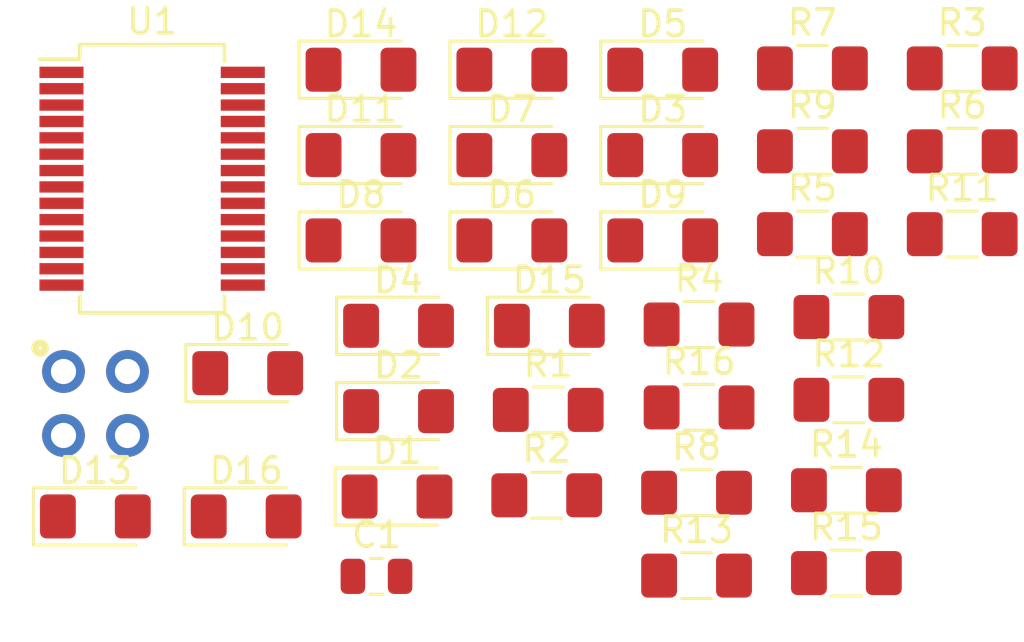
<source format=kicad_pcb>
(kicad_pcb (version 20171130) (host pcbnew "(5.1.4)-1")

  (general
    (thickness 1.6)
    (drawings 0)
    (tracks 0)
    (zones 0)
    (modules 35)
    (nets 41)
  )

  (page A4)
  (layers
    (0 F.Cu signal)
    (31 B.Cu signal)
    (32 B.Adhes user)
    (33 F.Adhes user)
    (34 B.Paste user)
    (35 F.Paste user)
    (36 B.SilkS user)
    (37 F.SilkS user)
    (38 B.Mask user)
    (39 F.Mask user)
    (40 Dwgs.User user)
    (41 Cmts.User user)
    (42 Eco1.User user)
    (43 Eco2.User user)
    (44 Edge.Cuts user)
    (45 Margin user)
    (46 B.CrtYd user)
    (47 F.CrtYd user)
    (48 B.Fab user)
    (49 F.Fab user)
  )

  (setup
    (last_trace_width 0.25)
    (user_trace_width 0.25)
    (user_trace_width 0.5)
    (trace_clearance 0.2)
    (zone_clearance 0.3)
    (zone_45_only no)
    (trace_min 0.2)
    (via_size 0.8)
    (via_drill 0.4)
    (via_min_size 0.4)
    (via_min_drill 0.3)
    (user_via 0.6 0.3)
    (uvia_size 0.3)
    (uvia_drill 0.1)
    (uvias_allowed no)
    (uvia_min_size 0.2)
    (uvia_min_drill 0.1)
    (edge_width 0.05)
    (segment_width 0.2)
    (pcb_text_width 0.3)
    (pcb_text_size 1.5 1.5)
    (mod_edge_width 0.12)
    (mod_text_size 1 1)
    (mod_text_width 0.15)
    (pad_size 1.524 1.524)
    (pad_drill 0.762)
    (pad_to_mask_clearance 0.051)
    (solder_mask_min_width 0.1)
    (aux_axis_origin 0 0)
    (visible_elements 7FFFFFFF)
    (pcbplotparams
      (layerselection 0x010f8_ffffffff)
      (usegerberextensions true)
      (usegerberattributes false)
      (usegerberadvancedattributes false)
      (creategerberjobfile false)
      (excludeedgelayer true)
      (linewidth 0.100000)
      (plotframeref false)
      (viasonmask false)
      (mode 1)
      (useauxorigin false)
      (hpglpennumber 1)
      (hpglpenspeed 20)
      (hpglpendiameter 15.000000)
      (psnegative false)
      (psa4output false)
      (plotreference true)
      (plotvalue true)
      (plotinvisibletext false)
      (padsonsilk false)
      (subtractmaskfromsilk false)
      (outputformat 1)
      (mirror false)
      (drillshape 0)
      (scaleselection 1)
      (outputdirectory "gerbers/"))
  )

  (net 0 "")
  (net 1 GND)
  (net 2 +3V3)
  (net 3 "Net-(D1-Pad2)")
  (net 4 "Net-(D2-Pad2)")
  (net 5 "Net-(D3-Pad2)")
  (net 6 "Net-(D4-Pad2)")
  (net 7 "Net-(D5-Pad2)")
  (net 8 "Net-(D6-Pad2)")
  (net 9 "Net-(D7-Pad2)")
  (net 10 "Net-(D8-Pad2)")
  (net 11 "Net-(D9-Pad2)")
  (net 12 "Net-(D10-Pad2)")
  (net 13 "Net-(D11-Pad2)")
  (net 14 "Net-(D12-Pad2)")
  (net 15 "Net-(D13-Pad2)")
  (net 16 "Net-(D14-Pad2)")
  (net 17 "Net-(D15-Pad2)")
  (net 18 "Net-(D16-Pad2)")
  (net 19 /SDA)
  (net 20 /SCL)
  (net 21 "Net-(R1-Pad2)")
  (net 22 "Net-(R2-Pad2)")
  (net 23 "Net-(R3-Pad2)")
  (net 24 "Net-(R4-Pad2)")
  (net 25 "Net-(R5-Pad2)")
  (net 26 "Net-(R6-Pad2)")
  (net 27 "Net-(R7-Pad2)")
  (net 28 "Net-(R8-Pad2)")
  (net 29 "Net-(R9-Pad2)")
  (net 30 "Net-(R10-Pad2)")
  (net 31 "Net-(R11-Pad2)")
  (net 32 "Net-(R12-Pad2)")
  (net 33 "Net-(R13-Pad2)")
  (net 34 "Net-(R14-Pad2)")
  (net 35 "Net-(R15-Pad2)")
  (net 36 "Net-(R16-Pad2)")
  (net 37 "Net-(U1-Pad20)")
  (net 38 "Net-(U1-Pad19)")
  (net 39 "Net-(U1-Pad14)")
  (net 40 "Net-(U1-Pad11)")

  (net_class Default "This is the default net class."
    (clearance 0.2)
    (trace_width 0.25)
    (via_dia 0.8)
    (via_drill 0.4)
    (uvia_dia 0.3)
    (uvia_drill 0.1)
    (add_net +3V3)
    (add_net /SCL)
    (add_net /SDA)
    (add_net GND)
    (add_net "Net-(D1-Pad2)")
    (add_net "Net-(D10-Pad2)")
    (add_net "Net-(D11-Pad2)")
    (add_net "Net-(D12-Pad2)")
    (add_net "Net-(D13-Pad2)")
    (add_net "Net-(D14-Pad2)")
    (add_net "Net-(D15-Pad2)")
    (add_net "Net-(D16-Pad2)")
    (add_net "Net-(D2-Pad2)")
    (add_net "Net-(D3-Pad2)")
    (add_net "Net-(D4-Pad2)")
    (add_net "Net-(D5-Pad2)")
    (add_net "Net-(D6-Pad2)")
    (add_net "Net-(D7-Pad2)")
    (add_net "Net-(D8-Pad2)")
    (add_net "Net-(D9-Pad2)")
    (add_net "Net-(R1-Pad2)")
    (add_net "Net-(R10-Pad2)")
    (add_net "Net-(R11-Pad2)")
    (add_net "Net-(R12-Pad2)")
    (add_net "Net-(R13-Pad2)")
    (add_net "Net-(R14-Pad2)")
    (add_net "Net-(R15-Pad2)")
    (add_net "Net-(R16-Pad2)")
    (add_net "Net-(R2-Pad2)")
    (add_net "Net-(R3-Pad2)")
    (add_net "Net-(R4-Pad2)")
    (add_net "Net-(R5-Pad2)")
    (add_net "Net-(R6-Pad2)")
    (add_net "Net-(R7-Pad2)")
    (add_net "Net-(R8-Pad2)")
    (add_net "Net-(R9-Pad2)")
    (add_net "Net-(U1-Pad11)")
    (add_net "Net-(U1-Pad14)")
    (add_net "Net-(U1-Pad19)")
    (add_net "Net-(U1-Pad20)")
  )

  (module Package_SO:SSOP-28_5.3x10.2mm_P0.65mm (layer F.Cu) (tedit 5A02F25C) (tstamp 5D7B9E83)
    (at 100.31 70.57)
    (descr "28-Lead Plastic Shrink Small Outline (SS)-5.30 mm Body [SSOP] (see Microchip Packaging Specification 00000049BS.pdf)")
    (tags "SSOP 0.65")
    (path /5C9469B6)
    (attr smd)
    (fp_text reference U1 (at 0 -6.25) (layer F.SilkS)
      (effects (font (size 1 1) (thickness 0.15)))
    )
    (fp_text value MCP23017_SS (at 0 6.25) (layer F.Fab)
      (effects (font (size 1 1) (thickness 0.15)))
    )
    (fp_text user %R (at 0 0) (layer F.Fab)
      (effects (font (size 0.8 0.8) (thickness 0.15)))
    )
    (fp_line (start -2.875 -4.75) (end -4.475 -4.75) (layer F.SilkS) (width 0.15))
    (fp_line (start -2.875 5.325) (end 2.875 5.325) (layer F.SilkS) (width 0.15))
    (fp_line (start -2.875 -5.325) (end 2.875 -5.325) (layer F.SilkS) (width 0.15))
    (fp_line (start -2.875 5.325) (end -2.875 4.675) (layer F.SilkS) (width 0.15))
    (fp_line (start 2.875 5.325) (end 2.875 4.675) (layer F.SilkS) (width 0.15))
    (fp_line (start 2.875 -5.325) (end 2.875 -4.675) (layer F.SilkS) (width 0.15))
    (fp_line (start -2.875 -5.325) (end -2.875 -4.75) (layer F.SilkS) (width 0.15))
    (fp_line (start -4.75 5.5) (end 4.75 5.5) (layer F.CrtYd) (width 0.05))
    (fp_line (start -4.75 -5.5) (end 4.75 -5.5) (layer F.CrtYd) (width 0.05))
    (fp_line (start 4.75 -5.5) (end 4.75 5.5) (layer F.CrtYd) (width 0.05))
    (fp_line (start -4.75 -5.5) (end -4.75 5.5) (layer F.CrtYd) (width 0.05))
    (fp_line (start -2.65 -4.1) (end -1.65 -5.1) (layer F.Fab) (width 0.15))
    (fp_line (start -2.65 5.1) (end -2.65 -4.1) (layer F.Fab) (width 0.15))
    (fp_line (start 2.65 5.1) (end -2.65 5.1) (layer F.Fab) (width 0.15))
    (fp_line (start 2.65 -5.1) (end 2.65 5.1) (layer F.Fab) (width 0.15))
    (fp_line (start -1.65 -5.1) (end 2.65 -5.1) (layer F.Fab) (width 0.15))
    (pad 28 smd rect (at 3.6 -4.225) (size 1.75 0.45) (layers F.Cu F.Paste F.Mask)
      (net 36 "Net-(R16-Pad2)"))
    (pad 27 smd rect (at 3.6 -3.575) (size 1.75 0.45) (layers F.Cu F.Paste F.Mask)
      (net 35 "Net-(R15-Pad2)"))
    (pad 26 smd rect (at 3.6 -2.925) (size 1.75 0.45) (layers F.Cu F.Paste F.Mask)
      (net 34 "Net-(R14-Pad2)"))
    (pad 25 smd rect (at 3.6 -2.275) (size 1.75 0.45) (layers F.Cu F.Paste F.Mask)
      (net 33 "Net-(R13-Pad2)"))
    (pad 24 smd rect (at 3.6 -1.625) (size 1.75 0.45) (layers F.Cu F.Paste F.Mask)
      (net 32 "Net-(R12-Pad2)"))
    (pad 23 smd rect (at 3.6 -0.975) (size 1.75 0.45) (layers F.Cu F.Paste F.Mask)
      (net 31 "Net-(R11-Pad2)"))
    (pad 22 smd rect (at 3.6 -0.325) (size 1.75 0.45) (layers F.Cu F.Paste F.Mask)
      (net 30 "Net-(R10-Pad2)"))
    (pad 21 smd rect (at 3.6 0.325) (size 1.75 0.45) (layers F.Cu F.Paste F.Mask)
      (net 29 "Net-(R9-Pad2)"))
    (pad 20 smd rect (at 3.6 0.975) (size 1.75 0.45) (layers F.Cu F.Paste F.Mask)
      (net 37 "Net-(U1-Pad20)"))
    (pad 19 smd rect (at 3.6 1.625) (size 1.75 0.45) (layers F.Cu F.Paste F.Mask)
      (net 38 "Net-(U1-Pad19)"))
    (pad 18 smd rect (at 3.6 2.275) (size 1.75 0.45) (layers F.Cu F.Paste F.Mask)
      (net 2 +3V3))
    (pad 17 smd rect (at 3.6 2.925) (size 1.75 0.45) (layers F.Cu F.Paste F.Mask)
      (net 1 GND))
    (pad 16 smd rect (at 3.6 3.575) (size 1.75 0.45) (layers F.Cu F.Paste F.Mask)
      (net 1 GND))
    (pad 15 smd rect (at 3.6 4.225) (size 1.75 0.45) (layers F.Cu F.Paste F.Mask)
      (net 1 GND))
    (pad 14 smd rect (at -3.6 4.225) (size 1.75 0.45) (layers F.Cu F.Paste F.Mask)
      (net 39 "Net-(U1-Pad14)"))
    (pad 13 smd rect (at -3.6 3.575) (size 1.75 0.45) (layers F.Cu F.Paste F.Mask)
      (net 19 /SDA))
    (pad 12 smd rect (at -3.6 2.925) (size 1.75 0.45) (layers F.Cu F.Paste F.Mask)
      (net 20 /SCL))
    (pad 11 smd rect (at -3.6 2.275) (size 1.75 0.45) (layers F.Cu F.Paste F.Mask)
      (net 40 "Net-(U1-Pad11)"))
    (pad 10 smd rect (at -3.6 1.625) (size 1.75 0.45) (layers F.Cu F.Paste F.Mask)
      (net 1 GND))
    (pad 9 smd rect (at -3.6 0.975) (size 1.75 0.45) (layers F.Cu F.Paste F.Mask)
      (net 2 +3V3))
    (pad 8 smd rect (at -3.6 0.325) (size 1.75 0.45) (layers F.Cu F.Paste F.Mask)
      (net 28 "Net-(R8-Pad2)"))
    (pad 7 smd rect (at -3.6 -0.325) (size 1.75 0.45) (layers F.Cu F.Paste F.Mask)
      (net 27 "Net-(R7-Pad2)"))
    (pad 6 smd rect (at -3.6 -0.975) (size 1.75 0.45) (layers F.Cu F.Paste F.Mask)
      (net 26 "Net-(R6-Pad2)"))
    (pad 5 smd rect (at -3.6 -1.625) (size 1.75 0.45) (layers F.Cu F.Paste F.Mask)
      (net 25 "Net-(R5-Pad2)"))
    (pad 4 smd rect (at -3.6 -2.275) (size 1.75 0.45) (layers F.Cu F.Paste F.Mask)
      (net 24 "Net-(R4-Pad2)"))
    (pad 3 smd rect (at -3.6 -2.925) (size 1.75 0.45) (layers F.Cu F.Paste F.Mask)
      (net 23 "Net-(R3-Pad2)"))
    (pad 2 smd rect (at -3.6 -3.575) (size 1.75 0.45) (layers F.Cu F.Paste F.Mask)
      (net 22 "Net-(R2-Pad2)"))
    (pad 1 smd rect (at -3.6 -4.225) (size 1.75 0.45) (layers F.Cu F.Paste F.Mask)
      (net 21 "Net-(R1-Pad2)"))
    (model ${KISYS3DMOD}/Package_SO.3dshapes/SSOP-28_5.3x10.2mm_P0.65mm.wrl
      (at (xyz 0 0 0))
      (scale (xyz 1 1 1))
      (rotate (xyz 0 0 0))
    )
  )

  (module Resistor_SMD:R_1206_3216Metric_Pad1.42x1.75mm_HandSolder (layer F.Cu) (tedit 5B301BBD) (tstamp 5D7B9E52)
    (at 122.03 79.65)
    (descr "Resistor SMD 1206 (3216 Metric), square (rectangular) end terminal, IPC_7351 nominal with elongated pad for handsoldering. (Body size source: http://www.tortai-tech.com/upload/download/2011102023233369053.pdf), generated with kicad-footprint-generator")
    (tags "resistor handsolder")
    (path /5CA6CB7E)
    (attr smd)
    (fp_text reference R16 (at 0 -1.82) (layer F.SilkS)
      (effects (font (size 1 1) (thickness 0.15)))
    )
    (fp_text value 220R (at 0 1.82) (layer F.Fab)
      (effects (font (size 1 1) (thickness 0.15)))
    )
    (fp_text user %R (at 0 0) (layer F.Fab)
      (effects (font (size 0.8 0.8) (thickness 0.12)))
    )
    (fp_line (start 2.45 1.12) (end -2.45 1.12) (layer F.CrtYd) (width 0.05))
    (fp_line (start 2.45 -1.12) (end 2.45 1.12) (layer F.CrtYd) (width 0.05))
    (fp_line (start -2.45 -1.12) (end 2.45 -1.12) (layer F.CrtYd) (width 0.05))
    (fp_line (start -2.45 1.12) (end -2.45 -1.12) (layer F.CrtYd) (width 0.05))
    (fp_line (start -0.602064 0.91) (end 0.602064 0.91) (layer F.SilkS) (width 0.12))
    (fp_line (start -0.602064 -0.91) (end 0.602064 -0.91) (layer F.SilkS) (width 0.12))
    (fp_line (start 1.6 0.8) (end -1.6 0.8) (layer F.Fab) (width 0.1))
    (fp_line (start 1.6 -0.8) (end 1.6 0.8) (layer F.Fab) (width 0.1))
    (fp_line (start -1.6 -0.8) (end 1.6 -0.8) (layer F.Fab) (width 0.1))
    (fp_line (start -1.6 0.8) (end -1.6 -0.8) (layer F.Fab) (width 0.1))
    (pad 2 smd roundrect (at 1.4875 0) (size 1.425 1.75) (layers F.Cu F.Paste F.Mask) (roundrect_rratio 0.175439)
      (net 36 "Net-(R16-Pad2)"))
    (pad 1 smd roundrect (at -1.4875 0) (size 1.425 1.75) (layers F.Cu F.Paste F.Mask) (roundrect_rratio 0.175439)
      (net 18 "Net-(D16-Pad2)"))
    (model ${KISYS3DMOD}/Resistor_SMD.3dshapes/R_1206_3216Metric.wrl
      (at (xyz 0 0 0))
      (scale (xyz 1 1 1))
      (rotate (xyz 0 0 0))
    )
  )

  (module Resistor_SMD:R_1206_3216Metric_Pad1.42x1.75mm_HandSolder (layer F.Cu) (tedit 5B301BBD) (tstamp 5D7B9E41)
    (at 127.88 86.23)
    (descr "Resistor SMD 1206 (3216 Metric), square (rectangular) end terminal, IPC_7351 nominal with elongated pad for handsoldering. (Body size source: http://www.tortai-tech.com/upload/download/2011102023233369053.pdf), generated with kicad-footprint-generator")
    (tags "resistor handsolder")
    (path /5CA6CB78)
    (attr smd)
    (fp_text reference R15 (at 0 -1.82) (layer F.SilkS)
      (effects (font (size 1 1) (thickness 0.15)))
    )
    (fp_text value 220R (at 0 1.82) (layer F.Fab)
      (effects (font (size 1 1) (thickness 0.15)))
    )
    (fp_text user %R (at 0 0) (layer F.Fab)
      (effects (font (size 0.8 0.8) (thickness 0.12)))
    )
    (fp_line (start 2.45 1.12) (end -2.45 1.12) (layer F.CrtYd) (width 0.05))
    (fp_line (start 2.45 -1.12) (end 2.45 1.12) (layer F.CrtYd) (width 0.05))
    (fp_line (start -2.45 -1.12) (end 2.45 -1.12) (layer F.CrtYd) (width 0.05))
    (fp_line (start -2.45 1.12) (end -2.45 -1.12) (layer F.CrtYd) (width 0.05))
    (fp_line (start -0.602064 0.91) (end 0.602064 0.91) (layer F.SilkS) (width 0.12))
    (fp_line (start -0.602064 -0.91) (end 0.602064 -0.91) (layer F.SilkS) (width 0.12))
    (fp_line (start 1.6 0.8) (end -1.6 0.8) (layer F.Fab) (width 0.1))
    (fp_line (start 1.6 -0.8) (end 1.6 0.8) (layer F.Fab) (width 0.1))
    (fp_line (start -1.6 -0.8) (end 1.6 -0.8) (layer F.Fab) (width 0.1))
    (fp_line (start -1.6 0.8) (end -1.6 -0.8) (layer F.Fab) (width 0.1))
    (pad 2 smd roundrect (at 1.4875 0) (size 1.425 1.75) (layers F.Cu F.Paste F.Mask) (roundrect_rratio 0.175439)
      (net 35 "Net-(R15-Pad2)"))
    (pad 1 smd roundrect (at -1.4875 0) (size 1.425 1.75) (layers F.Cu F.Paste F.Mask) (roundrect_rratio 0.175439)
      (net 17 "Net-(D15-Pad2)"))
    (model ${KISYS3DMOD}/Resistor_SMD.3dshapes/R_1206_3216Metric.wrl
      (at (xyz 0 0 0))
      (scale (xyz 1 1 1))
      (rotate (xyz 0 0 0))
    )
  )

  (module Resistor_SMD:R_1206_3216Metric_Pad1.42x1.75mm_HandSolder (layer F.Cu) (tedit 5B301BBD) (tstamp 5D7B9E30)
    (at 127.88 82.94)
    (descr "Resistor SMD 1206 (3216 Metric), square (rectangular) end terminal, IPC_7351 nominal with elongated pad for handsoldering. (Body size source: http://www.tortai-tech.com/upload/download/2011102023233369053.pdf), generated with kicad-footprint-generator")
    (tags "resistor handsolder")
    (path /5CA6CB72)
    (attr smd)
    (fp_text reference R14 (at 0 -1.82) (layer F.SilkS)
      (effects (font (size 1 1) (thickness 0.15)))
    )
    (fp_text value 220R (at 0 1.82) (layer F.Fab)
      (effects (font (size 1 1) (thickness 0.15)))
    )
    (fp_text user %R (at 0 0) (layer F.Fab)
      (effects (font (size 0.8 0.8) (thickness 0.12)))
    )
    (fp_line (start 2.45 1.12) (end -2.45 1.12) (layer F.CrtYd) (width 0.05))
    (fp_line (start 2.45 -1.12) (end 2.45 1.12) (layer F.CrtYd) (width 0.05))
    (fp_line (start -2.45 -1.12) (end 2.45 -1.12) (layer F.CrtYd) (width 0.05))
    (fp_line (start -2.45 1.12) (end -2.45 -1.12) (layer F.CrtYd) (width 0.05))
    (fp_line (start -0.602064 0.91) (end 0.602064 0.91) (layer F.SilkS) (width 0.12))
    (fp_line (start -0.602064 -0.91) (end 0.602064 -0.91) (layer F.SilkS) (width 0.12))
    (fp_line (start 1.6 0.8) (end -1.6 0.8) (layer F.Fab) (width 0.1))
    (fp_line (start 1.6 -0.8) (end 1.6 0.8) (layer F.Fab) (width 0.1))
    (fp_line (start -1.6 -0.8) (end 1.6 -0.8) (layer F.Fab) (width 0.1))
    (fp_line (start -1.6 0.8) (end -1.6 -0.8) (layer F.Fab) (width 0.1))
    (pad 2 smd roundrect (at 1.4875 0) (size 1.425 1.75) (layers F.Cu F.Paste F.Mask) (roundrect_rratio 0.175439)
      (net 34 "Net-(R14-Pad2)"))
    (pad 1 smd roundrect (at -1.4875 0) (size 1.425 1.75) (layers F.Cu F.Paste F.Mask) (roundrect_rratio 0.175439)
      (net 16 "Net-(D14-Pad2)"))
    (model ${KISYS3DMOD}/Resistor_SMD.3dshapes/R_1206_3216Metric.wrl
      (at (xyz 0 0 0))
      (scale (xyz 1 1 1))
      (rotate (xyz 0 0 0))
    )
  )

  (module Resistor_SMD:R_1206_3216Metric_Pad1.42x1.75mm_HandSolder (layer F.Cu) (tedit 5B301BBD) (tstamp 5D7B9E1F)
    (at 121.93 86.33)
    (descr "Resistor SMD 1206 (3216 Metric), square (rectangular) end terminal, IPC_7351 nominal with elongated pad for handsoldering. (Body size source: http://www.tortai-tech.com/upload/download/2011102023233369053.pdf), generated with kicad-footprint-generator")
    (tags "resistor handsolder")
    (path /5CA6CB6C)
    (attr smd)
    (fp_text reference R13 (at 0 -1.82) (layer F.SilkS)
      (effects (font (size 1 1) (thickness 0.15)))
    )
    (fp_text value 220R (at 0 1.82) (layer F.Fab)
      (effects (font (size 1 1) (thickness 0.15)))
    )
    (fp_text user %R (at 0 0) (layer F.Fab)
      (effects (font (size 0.8 0.8) (thickness 0.12)))
    )
    (fp_line (start 2.45 1.12) (end -2.45 1.12) (layer F.CrtYd) (width 0.05))
    (fp_line (start 2.45 -1.12) (end 2.45 1.12) (layer F.CrtYd) (width 0.05))
    (fp_line (start -2.45 -1.12) (end 2.45 -1.12) (layer F.CrtYd) (width 0.05))
    (fp_line (start -2.45 1.12) (end -2.45 -1.12) (layer F.CrtYd) (width 0.05))
    (fp_line (start -0.602064 0.91) (end 0.602064 0.91) (layer F.SilkS) (width 0.12))
    (fp_line (start -0.602064 -0.91) (end 0.602064 -0.91) (layer F.SilkS) (width 0.12))
    (fp_line (start 1.6 0.8) (end -1.6 0.8) (layer F.Fab) (width 0.1))
    (fp_line (start 1.6 -0.8) (end 1.6 0.8) (layer F.Fab) (width 0.1))
    (fp_line (start -1.6 -0.8) (end 1.6 -0.8) (layer F.Fab) (width 0.1))
    (fp_line (start -1.6 0.8) (end -1.6 -0.8) (layer F.Fab) (width 0.1))
    (pad 2 smd roundrect (at 1.4875 0) (size 1.425 1.75) (layers F.Cu F.Paste F.Mask) (roundrect_rratio 0.175439)
      (net 33 "Net-(R13-Pad2)"))
    (pad 1 smd roundrect (at -1.4875 0) (size 1.425 1.75) (layers F.Cu F.Paste F.Mask) (roundrect_rratio 0.175439)
      (net 15 "Net-(D13-Pad2)"))
    (model ${KISYS3DMOD}/Resistor_SMD.3dshapes/R_1206_3216Metric.wrl
      (at (xyz 0 0 0))
      (scale (xyz 1 1 1))
      (rotate (xyz 0 0 0))
    )
  )

  (module Resistor_SMD:R_1206_3216Metric_Pad1.42x1.75mm_HandSolder (layer F.Cu) (tedit 5B301BBD) (tstamp 5D7B9E0E)
    (at 127.98 79.35)
    (descr "Resistor SMD 1206 (3216 Metric), square (rectangular) end terminal, IPC_7351 nominal with elongated pad for handsoldering. (Body size source: http://www.tortai-tech.com/upload/download/2011102023233369053.pdf), generated with kicad-footprint-generator")
    (tags "resistor handsolder")
    (path /5CA6CB66)
    (attr smd)
    (fp_text reference R12 (at 0 -1.82) (layer F.SilkS)
      (effects (font (size 1 1) (thickness 0.15)))
    )
    (fp_text value 220R (at 0 1.82) (layer F.Fab)
      (effects (font (size 1 1) (thickness 0.15)))
    )
    (fp_text user %R (at 0 0) (layer F.Fab)
      (effects (font (size 0.8 0.8) (thickness 0.12)))
    )
    (fp_line (start 2.45 1.12) (end -2.45 1.12) (layer F.CrtYd) (width 0.05))
    (fp_line (start 2.45 -1.12) (end 2.45 1.12) (layer F.CrtYd) (width 0.05))
    (fp_line (start -2.45 -1.12) (end 2.45 -1.12) (layer F.CrtYd) (width 0.05))
    (fp_line (start -2.45 1.12) (end -2.45 -1.12) (layer F.CrtYd) (width 0.05))
    (fp_line (start -0.602064 0.91) (end 0.602064 0.91) (layer F.SilkS) (width 0.12))
    (fp_line (start -0.602064 -0.91) (end 0.602064 -0.91) (layer F.SilkS) (width 0.12))
    (fp_line (start 1.6 0.8) (end -1.6 0.8) (layer F.Fab) (width 0.1))
    (fp_line (start 1.6 -0.8) (end 1.6 0.8) (layer F.Fab) (width 0.1))
    (fp_line (start -1.6 -0.8) (end 1.6 -0.8) (layer F.Fab) (width 0.1))
    (fp_line (start -1.6 0.8) (end -1.6 -0.8) (layer F.Fab) (width 0.1))
    (pad 2 smd roundrect (at 1.4875 0) (size 1.425 1.75) (layers F.Cu F.Paste F.Mask) (roundrect_rratio 0.175439)
      (net 32 "Net-(R12-Pad2)"))
    (pad 1 smd roundrect (at -1.4875 0) (size 1.425 1.75) (layers F.Cu F.Paste F.Mask) (roundrect_rratio 0.175439)
      (net 14 "Net-(D12-Pad2)"))
    (model ${KISYS3DMOD}/Resistor_SMD.3dshapes/R_1206_3216Metric.wrl
      (at (xyz 0 0 0))
      (scale (xyz 1 1 1))
      (rotate (xyz 0 0 0))
    )
  )

  (module Resistor_SMD:R_1206_3216Metric_Pad1.42x1.75mm_HandSolder (layer F.Cu) (tedit 5B301BBD) (tstamp 5D7B9DFD)
    (at 132.48 72.77)
    (descr "Resistor SMD 1206 (3216 Metric), square (rectangular) end terminal, IPC_7351 nominal with elongated pad for handsoldering. (Body size source: http://www.tortai-tech.com/upload/download/2011102023233369053.pdf), generated with kicad-footprint-generator")
    (tags "resistor handsolder")
    (path /5CA6CB60)
    (attr smd)
    (fp_text reference R11 (at 0 -1.82) (layer F.SilkS)
      (effects (font (size 1 1) (thickness 0.15)))
    )
    (fp_text value 220R (at 0 1.82) (layer F.Fab)
      (effects (font (size 1 1) (thickness 0.15)))
    )
    (fp_text user %R (at 0 0) (layer F.Fab)
      (effects (font (size 0.8 0.8) (thickness 0.12)))
    )
    (fp_line (start 2.45 1.12) (end -2.45 1.12) (layer F.CrtYd) (width 0.05))
    (fp_line (start 2.45 -1.12) (end 2.45 1.12) (layer F.CrtYd) (width 0.05))
    (fp_line (start -2.45 -1.12) (end 2.45 -1.12) (layer F.CrtYd) (width 0.05))
    (fp_line (start -2.45 1.12) (end -2.45 -1.12) (layer F.CrtYd) (width 0.05))
    (fp_line (start -0.602064 0.91) (end 0.602064 0.91) (layer F.SilkS) (width 0.12))
    (fp_line (start -0.602064 -0.91) (end 0.602064 -0.91) (layer F.SilkS) (width 0.12))
    (fp_line (start 1.6 0.8) (end -1.6 0.8) (layer F.Fab) (width 0.1))
    (fp_line (start 1.6 -0.8) (end 1.6 0.8) (layer F.Fab) (width 0.1))
    (fp_line (start -1.6 -0.8) (end 1.6 -0.8) (layer F.Fab) (width 0.1))
    (fp_line (start -1.6 0.8) (end -1.6 -0.8) (layer F.Fab) (width 0.1))
    (pad 2 smd roundrect (at 1.4875 0) (size 1.425 1.75) (layers F.Cu F.Paste F.Mask) (roundrect_rratio 0.175439)
      (net 31 "Net-(R11-Pad2)"))
    (pad 1 smd roundrect (at -1.4875 0) (size 1.425 1.75) (layers F.Cu F.Paste F.Mask) (roundrect_rratio 0.175439)
      (net 13 "Net-(D11-Pad2)"))
    (model ${KISYS3DMOD}/Resistor_SMD.3dshapes/R_1206_3216Metric.wrl
      (at (xyz 0 0 0))
      (scale (xyz 1 1 1))
      (rotate (xyz 0 0 0))
    )
  )

  (module Resistor_SMD:R_1206_3216Metric_Pad1.42x1.75mm_HandSolder (layer F.Cu) (tedit 5B301BBD) (tstamp 5D7B9DEC)
    (at 127.98 76.06)
    (descr "Resistor SMD 1206 (3216 Metric), square (rectangular) end terminal, IPC_7351 nominal with elongated pad for handsoldering. (Body size source: http://www.tortai-tech.com/upload/download/2011102023233369053.pdf), generated with kicad-footprint-generator")
    (tags "resistor handsolder")
    (path /5CA6CB5A)
    (attr smd)
    (fp_text reference R10 (at 0 -1.82) (layer F.SilkS)
      (effects (font (size 1 1) (thickness 0.15)))
    )
    (fp_text value 220R (at 0 1.82) (layer F.Fab)
      (effects (font (size 1 1) (thickness 0.15)))
    )
    (fp_text user %R (at 0 0) (layer F.Fab)
      (effects (font (size 0.8 0.8) (thickness 0.12)))
    )
    (fp_line (start 2.45 1.12) (end -2.45 1.12) (layer F.CrtYd) (width 0.05))
    (fp_line (start 2.45 -1.12) (end 2.45 1.12) (layer F.CrtYd) (width 0.05))
    (fp_line (start -2.45 -1.12) (end 2.45 -1.12) (layer F.CrtYd) (width 0.05))
    (fp_line (start -2.45 1.12) (end -2.45 -1.12) (layer F.CrtYd) (width 0.05))
    (fp_line (start -0.602064 0.91) (end 0.602064 0.91) (layer F.SilkS) (width 0.12))
    (fp_line (start -0.602064 -0.91) (end 0.602064 -0.91) (layer F.SilkS) (width 0.12))
    (fp_line (start 1.6 0.8) (end -1.6 0.8) (layer F.Fab) (width 0.1))
    (fp_line (start 1.6 -0.8) (end 1.6 0.8) (layer F.Fab) (width 0.1))
    (fp_line (start -1.6 -0.8) (end 1.6 -0.8) (layer F.Fab) (width 0.1))
    (fp_line (start -1.6 0.8) (end -1.6 -0.8) (layer F.Fab) (width 0.1))
    (pad 2 smd roundrect (at 1.4875 0) (size 1.425 1.75) (layers F.Cu F.Paste F.Mask) (roundrect_rratio 0.175439)
      (net 30 "Net-(R10-Pad2)"))
    (pad 1 smd roundrect (at -1.4875 0) (size 1.425 1.75) (layers F.Cu F.Paste F.Mask) (roundrect_rratio 0.175439)
      (net 12 "Net-(D10-Pad2)"))
    (model ${KISYS3DMOD}/Resistor_SMD.3dshapes/R_1206_3216Metric.wrl
      (at (xyz 0 0 0))
      (scale (xyz 1 1 1))
      (rotate (xyz 0 0 0))
    )
  )

  (module Resistor_SMD:R_1206_3216Metric_Pad1.42x1.75mm_HandSolder (layer F.Cu) (tedit 5B301BBD) (tstamp 5D7B9DDB)
    (at 126.53 69.48)
    (descr "Resistor SMD 1206 (3216 Metric), square (rectangular) end terminal, IPC_7351 nominal with elongated pad for handsoldering. (Body size source: http://www.tortai-tech.com/upload/download/2011102023233369053.pdf), generated with kicad-footprint-generator")
    (tags "resistor handsolder")
    (path /5CA64209)
    (attr smd)
    (fp_text reference R9 (at 0 -1.82) (layer F.SilkS)
      (effects (font (size 1 1) (thickness 0.15)))
    )
    (fp_text value 220R (at 0 1.82) (layer F.Fab)
      (effects (font (size 1 1) (thickness 0.15)))
    )
    (fp_text user %R (at 0 0) (layer F.Fab)
      (effects (font (size 0.8 0.8) (thickness 0.12)))
    )
    (fp_line (start 2.45 1.12) (end -2.45 1.12) (layer F.CrtYd) (width 0.05))
    (fp_line (start 2.45 -1.12) (end 2.45 1.12) (layer F.CrtYd) (width 0.05))
    (fp_line (start -2.45 -1.12) (end 2.45 -1.12) (layer F.CrtYd) (width 0.05))
    (fp_line (start -2.45 1.12) (end -2.45 -1.12) (layer F.CrtYd) (width 0.05))
    (fp_line (start -0.602064 0.91) (end 0.602064 0.91) (layer F.SilkS) (width 0.12))
    (fp_line (start -0.602064 -0.91) (end 0.602064 -0.91) (layer F.SilkS) (width 0.12))
    (fp_line (start 1.6 0.8) (end -1.6 0.8) (layer F.Fab) (width 0.1))
    (fp_line (start 1.6 -0.8) (end 1.6 0.8) (layer F.Fab) (width 0.1))
    (fp_line (start -1.6 -0.8) (end 1.6 -0.8) (layer F.Fab) (width 0.1))
    (fp_line (start -1.6 0.8) (end -1.6 -0.8) (layer F.Fab) (width 0.1))
    (pad 2 smd roundrect (at 1.4875 0) (size 1.425 1.75) (layers F.Cu F.Paste F.Mask) (roundrect_rratio 0.175439)
      (net 29 "Net-(R9-Pad2)"))
    (pad 1 smd roundrect (at -1.4875 0) (size 1.425 1.75) (layers F.Cu F.Paste F.Mask) (roundrect_rratio 0.175439)
      (net 11 "Net-(D9-Pad2)"))
    (model ${KISYS3DMOD}/Resistor_SMD.3dshapes/R_1206_3216Metric.wrl
      (at (xyz 0 0 0))
      (scale (xyz 1 1 1))
      (rotate (xyz 0 0 0))
    )
  )

  (module Resistor_SMD:R_1206_3216Metric_Pad1.42x1.75mm_HandSolder (layer F.Cu) (tedit 5B301BBD) (tstamp 5D7B9DCA)
    (at 121.93 83.04)
    (descr "Resistor SMD 1206 (3216 Metric), square (rectangular) end terminal, IPC_7351 nominal with elongated pad for handsoldering. (Body size source: http://www.tortai-tech.com/upload/download/2011102023233369053.pdf), generated with kicad-footprint-generator")
    (tags "resistor handsolder")
    (path /5CA5EC0C)
    (attr smd)
    (fp_text reference R8 (at 0 -1.82) (layer F.SilkS)
      (effects (font (size 1 1) (thickness 0.15)))
    )
    (fp_text value 220R (at 0 1.82) (layer F.Fab)
      (effects (font (size 1 1) (thickness 0.15)))
    )
    (fp_text user %R (at 0 0) (layer F.Fab)
      (effects (font (size 0.8 0.8) (thickness 0.12)))
    )
    (fp_line (start 2.45 1.12) (end -2.45 1.12) (layer F.CrtYd) (width 0.05))
    (fp_line (start 2.45 -1.12) (end 2.45 1.12) (layer F.CrtYd) (width 0.05))
    (fp_line (start -2.45 -1.12) (end 2.45 -1.12) (layer F.CrtYd) (width 0.05))
    (fp_line (start -2.45 1.12) (end -2.45 -1.12) (layer F.CrtYd) (width 0.05))
    (fp_line (start -0.602064 0.91) (end 0.602064 0.91) (layer F.SilkS) (width 0.12))
    (fp_line (start -0.602064 -0.91) (end 0.602064 -0.91) (layer F.SilkS) (width 0.12))
    (fp_line (start 1.6 0.8) (end -1.6 0.8) (layer F.Fab) (width 0.1))
    (fp_line (start 1.6 -0.8) (end 1.6 0.8) (layer F.Fab) (width 0.1))
    (fp_line (start -1.6 -0.8) (end 1.6 -0.8) (layer F.Fab) (width 0.1))
    (fp_line (start -1.6 0.8) (end -1.6 -0.8) (layer F.Fab) (width 0.1))
    (pad 2 smd roundrect (at 1.4875 0) (size 1.425 1.75) (layers F.Cu F.Paste F.Mask) (roundrect_rratio 0.175439)
      (net 28 "Net-(R8-Pad2)"))
    (pad 1 smd roundrect (at -1.4875 0) (size 1.425 1.75) (layers F.Cu F.Paste F.Mask) (roundrect_rratio 0.175439)
      (net 10 "Net-(D8-Pad2)"))
    (model ${KISYS3DMOD}/Resistor_SMD.3dshapes/R_1206_3216Metric.wrl
      (at (xyz 0 0 0))
      (scale (xyz 1 1 1))
      (rotate (xyz 0 0 0))
    )
  )

  (module Resistor_SMD:R_1206_3216Metric_Pad1.42x1.75mm_HandSolder (layer F.Cu) (tedit 5B301BBD) (tstamp 5D7B9DB9)
    (at 126.53 66.19)
    (descr "Resistor SMD 1206 (3216 Metric), square (rectangular) end terminal, IPC_7351 nominal with elongated pad for handsoldering. (Body size source: http://www.tortai-tech.com/upload/download/2011102023233369053.pdf), generated with kicad-footprint-generator")
    (tags "resistor handsolder")
    (path /5CA596FA)
    (attr smd)
    (fp_text reference R7 (at 0 -1.82) (layer F.SilkS)
      (effects (font (size 1 1) (thickness 0.15)))
    )
    (fp_text value 220R (at 0 1.82) (layer F.Fab)
      (effects (font (size 1 1) (thickness 0.15)))
    )
    (fp_text user %R (at 0 0) (layer F.Fab)
      (effects (font (size 0.8 0.8) (thickness 0.12)))
    )
    (fp_line (start 2.45 1.12) (end -2.45 1.12) (layer F.CrtYd) (width 0.05))
    (fp_line (start 2.45 -1.12) (end 2.45 1.12) (layer F.CrtYd) (width 0.05))
    (fp_line (start -2.45 -1.12) (end 2.45 -1.12) (layer F.CrtYd) (width 0.05))
    (fp_line (start -2.45 1.12) (end -2.45 -1.12) (layer F.CrtYd) (width 0.05))
    (fp_line (start -0.602064 0.91) (end 0.602064 0.91) (layer F.SilkS) (width 0.12))
    (fp_line (start -0.602064 -0.91) (end 0.602064 -0.91) (layer F.SilkS) (width 0.12))
    (fp_line (start 1.6 0.8) (end -1.6 0.8) (layer F.Fab) (width 0.1))
    (fp_line (start 1.6 -0.8) (end 1.6 0.8) (layer F.Fab) (width 0.1))
    (fp_line (start -1.6 -0.8) (end 1.6 -0.8) (layer F.Fab) (width 0.1))
    (fp_line (start -1.6 0.8) (end -1.6 -0.8) (layer F.Fab) (width 0.1))
    (pad 2 smd roundrect (at 1.4875 0) (size 1.425 1.75) (layers F.Cu F.Paste F.Mask) (roundrect_rratio 0.175439)
      (net 27 "Net-(R7-Pad2)"))
    (pad 1 smd roundrect (at -1.4875 0) (size 1.425 1.75) (layers F.Cu F.Paste F.Mask) (roundrect_rratio 0.175439)
      (net 9 "Net-(D7-Pad2)"))
    (model ${KISYS3DMOD}/Resistor_SMD.3dshapes/R_1206_3216Metric.wrl
      (at (xyz 0 0 0))
      (scale (xyz 1 1 1))
      (rotate (xyz 0 0 0))
    )
  )

  (module Resistor_SMD:R_1206_3216Metric_Pad1.42x1.75mm_HandSolder (layer F.Cu) (tedit 5B301BBD) (tstamp 5D7B9DA8)
    (at 132.48 69.48)
    (descr "Resistor SMD 1206 (3216 Metric), square (rectangular) end terminal, IPC_7351 nominal with elongated pad for handsoldering. (Body size source: http://www.tortai-tech.com/upload/download/2011102023233369053.pdf), generated with kicad-footprint-generator")
    (tags "resistor handsolder")
    (path /5CA4EBA4)
    (attr smd)
    (fp_text reference R6 (at 0 -1.82) (layer F.SilkS)
      (effects (font (size 1 1) (thickness 0.15)))
    )
    (fp_text value 220R (at 0 1.82) (layer F.Fab)
      (effects (font (size 1 1) (thickness 0.15)))
    )
    (fp_text user %R (at 0 0) (layer F.Fab)
      (effects (font (size 0.8 0.8) (thickness 0.12)))
    )
    (fp_line (start 2.45 1.12) (end -2.45 1.12) (layer F.CrtYd) (width 0.05))
    (fp_line (start 2.45 -1.12) (end 2.45 1.12) (layer F.CrtYd) (width 0.05))
    (fp_line (start -2.45 -1.12) (end 2.45 -1.12) (layer F.CrtYd) (width 0.05))
    (fp_line (start -2.45 1.12) (end -2.45 -1.12) (layer F.CrtYd) (width 0.05))
    (fp_line (start -0.602064 0.91) (end 0.602064 0.91) (layer F.SilkS) (width 0.12))
    (fp_line (start -0.602064 -0.91) (end 0.602064 -0.91) (layer F.SilkS) (width 0.12))
    (fp_line (start 1.6 0.8) (end -1.6 0.8) (layer F.Fab) (width 0.1))
    (fp_line (start 1.6 -0.8) (end 1.6 0.8) (layer F.Fab) (width 0.1))
    (fp_line (start -1.6 -0.8) (end 1.6 -0.8) (layer F.Fab) (width 0.1))
    (fp_line (start -1.6 0.8) (end -1.6 -0.8) (layer F.Fab) (width 0.1))
    (pad 2 smd roundrect (at 1.4875 0) (size 1.425 1.75) (layers F.Cu F.Paste F.Mask) (roundrect_rratio 0.175439)
      (net 26 "Net-(R6-Pad2)"))
    (pad 1 smd roundrect (at -1.4875 0) (size 1.425 1.75) (layers F.Cu F.Paste F.Mask) (roundrect_rratio 0.175439)
      (net 8 "Net-(D6-Pad2)"))
    (model ${KISYS3DMOD}/Resistor_SMD.3dshapes/R_1206_3216Metric.wrl
      (at (xyz 0 0 0))
      (scale (xyz 1 1 1))
      (rotate (xyz 0 0 0))
    )
  )

  (module Resistor_SMD:R_1206_3216Metric_Pad1.42x1.75mm_HandSolder (layer F.Cu) (tedit 5B301BBD) (tstamp 5D7B9D97)
    (at 126.53 72.77)
    (descr "Resistor SMD 1206 (3216 Metric), square (rectangular) end terminal, IPC_7351 nominal with elongated pad for handsoldering. (Body size source: http://www.tortai-tech.com/upload/download/2011102023233369053.pdf), generated with kicad-footprint-generator")
    (tags "resistor handsolder")
    (path /5CA49697)
    (attr smd)
    (fp_text reference R5 (at 0 -1.82) (layer F.SilkS)
      (effects (font (size 1 1) (thickness 0.15)))
    )
    (fp_text value 220R (at 0 1.82) (layer F.Fab)
      (effects (font (size 1 1) (thickness 0.15)))
    )
    (fp_text user %R (at 0 0) (layer F.Fab)
      (effects (font (size 0.8 0.8) (thickness 0.12)))
    )
    (fp_line (start 2.45 1.12) (end -2.45 1.12) (layer F.CrtYd) (width 0.05))
    (fp_line (start 2.45 -1.12) (end 2.45 1.12) (layer F.CrtYd) (width 0.05))
    (fp_line (start -2.45 -1.12) (end 2.45 -1.12) (layer F.CrtYd) (width 0.05))
    (fp_line (start -2.45 1.12) (end -2.45 -1.12) (layer F.CrtYd) (width 0.05))
    (fp_line (start -0.602064 0.91) (end 0.602064 0.91) (layer F.SilkS) (width 0.12))
    (fp_line (start -0.602064 -0.91) (end 0.602064 -0.91) (layer F.SilkS) (width 0.12))
    (fp_line (start 1.6 0.8) (end -1.6 0.8) (layer F.Fab) (width 0.1))
    (fp_line (start 1.6 -0.8) (end 1.6 0.8) (layer F.Fab) (width 0.1))
    (fp_line (start -1.6 -0.8) (end 1.6 -0.8) (layer F.Fab) (width 0.1))
    (fp_line (start -1.6 0.8) (end -1.6 -0.8) (layer F.Fab) (width 0.1))
    (pad 2 smd roundrect (at 1.4875 0) (size 1.425 1.75) (layers F.Cu F.Paste F.Mask) (roundrect_rratio 0.175439)
      (net 25 "Net-(R5-Pad2)"))
    (pad 1 smd roundrect (at -1.4875 0) (size 1.425 1.75) (layers F.Cu F.Paste F.Mask) (roundrect_rratio 0.175439)
      (net 7 "Net-(D5-Pad2)"))
    (model ${KISYS3DMOD}/Resistor_SMD.3dshapes/R_1206_3216Metric.wrl
      (at (xyz 0 0 0))
      (scale (xyz 1 1 1))
      (rotate (xyz 0 0 0))
    )
  )

  (module Resistor_SMD:R_1206_3216Metric_Pad1.42x1.75mm_HandSolder (layer F.Cu) (tedit 5B301BBD) (tstamp 5D7B9D86)
    (at 122.03 76.36)
    (descr "Resistor SMD 1206 (3216 Metric), square (rectangular) end terminal, IPC_7351 nominal with elongated pad for handsoldering. (Body size source: http://www.tortai-tech.com/upload/download/2011102023233369053.pdf), generated with kicad-footprint-generator")
    (tags "resistor handsolder")
    (path /5CA441C0)
    (attr smd)
    (fp_text reference R4 (at 0 -1.82) (layer F.SilkS)
      (effects (font (size 1 1) (thickness 0.15)))
    )
    (fp_text value 220R (at 0 1.82) (layer F.Fab)
      (effects (font (size 1 1) (thickness 0.15)))
    )
    (fp_text user %R (at 0 0) (layer F.Fab)
      (effects (font (size 0.8 0.8) (thickness 0.12)))
    )
    (fp_line (start 2.45 1.12) (end -2.45 1.12) (layer F.CrtYd) (width 0.05))
    (fp_line (start 2.45 -1.12) (end 2.45 1.12) (layer F.CrtYd) (width 0.05))
    (fp_line (start -2.45 -1.12) (end 2.45 -1.12) (layer F.CrtYd) (width 0.05))
    (fp_line (start -2.45 1.12) (end -2.45 -1.12) (layer F.CrtYd) (width 0.05))
    (fp_line (start -0.602064 0.91) (end 0.602064 0.91) (layer F.SilkS) (width 0.12))
    (fp_line (start -0.602064 -0.91) (end 0.602064 -0.91) (layer F.SilkS) (width 0.12))
    (fp_line (start 1.6 0.8) (end -1.6 0.8) (layer F.Fab) (width 0.1))
    (fp_line (start 1.6 -0.8) (end 1.6 0.8) (layer F.Fab) (width 0.1))
    (fp_line (start -1.6 -0.8) (end 1.6 -0.8) (layer F.Fab) (width 0.1))
    (fp_line (start -1.6 0.8) (end -1.6 -0.8) (layer F.Fab) (width 0.1))
    (pad 2 smd roundrect (at 1.4875 0) (size 1.425 1.75) (layers F.Cu F.Paste F.Mask) (roundrect_rratio 0.175439)
      (net 24 "Net-(R4-Pad2)"))
    (pad 1 smd roundrect (at -1.4875 0) (size 1.425 1.75) (layers F.Cu F.Paste F.Mask) (roundrect_rratio 0.175439)
      (net 6 "Net-(D4-Pad2)"))
    (model ${KISYS3DMOD}/Resistor_SMD.3dshapes/R_1206_3216Metric.wrl
      (at (xyz 0 0 0))
      (scale (xyz 1 1 1))
      (rotate (xyz 0 0 0))
    )
  )

  (module Resistor_SMD:R_1206_3216Metric_Pad1.42x1.75mm_HandSolder (layer F.Cu) (tedit 5B301BBD) (tstamp 5D7B9D75)
    (at 132.48 66.19)
    (descr "Resistor SMD 1206 (3216 Metric), square (rectangular) end terminal, IPC_7351 nominal with elongated pad for handsoldering. (Body size source: http://www.tortai-tech.com/upload/download/2011102023233369053.pdf), generated with kicad-footprint-generator")
    (tags "resistor handsolder")
    (path /5CA341AE)
    (attr smd)
    (fp_text reference R3 (at 0 -1.82) (layer F.SilkS)
      (effects (font (size 1 1) (thickness 0.15)))
    )
    (fp_text value 220R (at 0 1.82) (layer F.Fab)
      (effects (font (size 1 1) (thickness 0.15)))
    )
    (fp_text user %R (at 0 0) (layer F.Fab)
      (effects (font (size 0.8 0.8) (thickness 0.12)))
    )
    (fp_line (start 2.45 1.12) (end -2.45 1.12) (layer F.CrtYd) (width 0.05))
    (fp_line (start 2.45 -1.12) (end 2.45 1.12) (layer F.CrtYd) (width 0.05))
    (fp_line (start -2.45 -1.12) (end 2.45 -1.12) (layer F.CrtYd) (width 0.05))
    (fp_line (start -2.45 1.12) (end -2.45 -1.12) (layer F.CrtYd) (width 0.05))
    (fp_line (start -0.602064 0.91) (end 0.602064 0.91) (layer F.SilkS) (width 0.12))
    (fp_line (start -0.602064 -0.91) (end 0.602064 -0.91) (layer F.SilkS) (width 0.12))
    (fp_line (start 1.6 0.8) (end -1.6 0.8) (layer F.Fab) (width 0.1))
    (fp_line (start 1.6 -0.8) (end 1.6 0.8) (layer F.Fab) (width 0.1))
    (fp_line (start -1.6 -0.8) (end 1.6 -0.8) (layer F.Fab) (width 0.1))
    (fp_line (start -1.6 0.8) (end -1.6 -0.8) (layer F.Fab) (width 0.1))
    (pad 2 smd roundrect (at 1.4875 0) (size 1.425 1.75) (layers F.Cu F.Paste F.Mask) (roundrect_rratio 0.175439)
      (net 23 "Net-(R3-Pad2)"))
    (pad 1 smd roundrect (at -1.4875 0) (size 1.425 1.75) (layers F.Cu F.Paste F.Mask) (roundrect_rratio 0.175439)
      (net 5 "Net-(D3-Pad2)"))
    (model ${KISYS3DMOD}/Resistor_SMD.3dshapes/R_1206_3216Metric.wrl
      (at (xyz 0 0 0))
      (scale (xyz 1 1 1))
      (rotate (xyz 0 0 0))
    )
  )

  (module Resistor_SMD:R_1206_3216Metric_Pad1.42x1.75mm_HandSolder (layer F.Cu) (tedit 5B301BBD) (tstamp 5D7B9D64)
    (at 115.98 83.14)
    (descr "Resistor SMD 1206 (3216 Metric), square (rectangular) end terminal, IPC_7351 nominal with elongated pad for handsoldering. (Body size source: http://www.tortai-tech.com/upload/download/2011102023233369053.pdf), generated with kicad-footprint-generator")
    (tags "resistor handsolder")
    (path /5CA2EB96)
    (attr smd)
    (fp_text reference R2 (at 0 -1.82) (layer F.SilkS)
      (effects (font (size 1 1) (thickness 0.15)))
    )
    (fp_text value 220R (at 0 1.82) (layer F.Fab)
      (effects (font (size 1 1) (thickness 0.15)))
    )
    (fp_text user %R (at 0 0) (layer F.Fab)
      (effects (font (size 0.8 0.8) (thickness 0.12)))
    )
    (fp_line (start 2.45 1.12) (end -2.45 1.12) (layer F.CrtYd) (width 0.05))
    (fp_line (start 2.45 -1.12) (end 2.45 1.12) (layer F.CrtYd) (width 0.05))
    (fp_line (start -2.45 -1.12) (end 2.45 -1.12) (layer F.CrtYd) (width 0.05))
    (fp_line (start -2.45 1.12) (end -2.45 -1.12) (layer F.CrtYd) (width 0.05))
    (fp_line (start -0.602064 0.91) (end 0.602064 0.91) (layer F.SilkS) (width 0.12))
    (fp_line (start -0.602064 -0.91) (end 0.602064 -0.91) (layer F.SilkS) (width 0.12))
    (fp_line (start 1.6 0.8) (end -1.6 0.8) (layer F.Fab) (width 0.1))
    (fp_line (start 1.6 -0.8) (end 1.6 0.8) (layer F.Fab) (width 0.1))
    (fp_line (start -1.6 -0.8) (end 1.6 -0.8) (layer F.Fab) (width 0.1))
    (fp_line (start -1.6 0.8) (end -1.6 -0.8) (layer F.Fab) (width 0.1))
    (pad 2 smd roundrect (at 1.4875 0) (size 1.425 1.75) (layers F.Cu F.Paste F.Mask) (roundrect_rratio 0.175439)
      (net 22 "Net-(R2-Pad2)"))
    (pad 1 smd roundrect (at -1.4875 0) (size 1.425 1.75) (layers F.Cu F.Paste F.Mask) (roundrect_rratio 0.175439)
      (net 4 "Net-(D2-Pad2)"))
    (model ${KISYS3DMOD}/Resistor_SMD.3dshapes/R_1206_3216Metric.wrl
      (at (xyz 0 0 0))
      (scale (xyz 1 1 1))
      (rotate (xyz 0 0 0))
    )
  )

  (module Resistor_SMD:R_1206_3216Metric_Pad1.42x1.75mm_HandSolder (layer F.Cu) (tedit 5B301BBD) (tstamp 5D7B9D53)
    (at 116.04 79.75)
    (descr "Resistor SMD 1206 (3216 Metric), square (rectangular) end terminal, IPC_7351 nominal with elongated pad for handsoldering. (Body size source: http://www.tortai-tech.com/upload/download/2011102023233369053.pdf), generated with kicad-footprint-generator")
    (tags "resistor handsolder")
    (path /5CA21055)
    (attr smd)
    (fp_text reference R1 (at 0 -1.82) (layer F.SilkS)
      (effects (font (size 1 1) (thickness 0.15)))
    )
    (fp_text value 220R (at 0 1.82) (layer F.Fab)
      (effects (font (size 1 1) (thickness 0.15)))
    )
    (fp_text user %R (at 0 0) (layer F.Fab)
      (effects (font (size 0.8 0.8) (thickness 0.12)))
    )
    (fp_line (start 2.45 1.12) (end -2.45 1.12) (layer F.CrtYd) (width 0.05))
    (fp_line (start 2.45 -1.12) (end 2.45 1.12) (layer F.CrtYd) (width 0.05))
    (fp_line (start -2.45 -1.12) (end 2.45 -1.12) (layer F.CrtYd) (width 0.05))
    (fp_line (start -2.45 1.12) (end -2.45 -1.12) (layer F.CrtYd) (width 0.05))
    (fp_line (start -0.602064 0.91) (end 0.602064 0.91) (layer F.SilkS) (width 0.12))
    (fp_line (start -0.602064 -0.91) (end 0.602064 -0.91) (layer F.SilkS) (width 0.12))
    (fp_line (start 1.6 0.8) (end -1.6 0.8) (layer F.Fab) (width 0.1))
    (fp_line (start 1.6 -0.8) (end 1.6 0.8) (layer F.Fab) (width 0.1))
    (fp_line (start -1.6 -0.8) (end 1.6 -0.8) (layer F.Fab) (width 0.1))
    (fp_line (start -1.6 0.8) (end -1.6 -0.8) (layer F.Fab) (width 0.1))
    (pad 2 smd roundrect (at 1.4875 0) (size 1.425 1.75) (layers F.Cu F.Paste F.Mask) (roundrect_rratio 0.175439)
      (net 21 "Net-(R1-Pad2)"))
    (pad 1 smd roundrect (at -1.4875 0) (size 1.425 1.75) (layers F.Cu F.Paste F.Mask) (roundrect_rratio 0.175439)
      (net 3 "Net-(D1-Pad2)"))
    (model ${KISYS3DMOD}/Resistor_SMD.3dshapes/R_1206_3216Metric.wrl
      (at (xyz 0 0 0))
      (scale (xyz 1 1 1))
      (rotate (xyz 0 0 0))
    )
  )

  (module SAO101:SAO (layer F.Cu) (tedit 5C947088) (tstamp 5D7B9D42)
    (at 98.06 79.495)
    (path /5C947DC9)
    (fp_text reference J1 (at 0 -3) (layer F.Fab)
      (effects (font (size 1 1) (thickness 0.15)))
    )
    (fp_text value SAO_Conn (at 0 3) (layer F.Fab)
      (effects (font (size 1 1) (thickness 0.15)))
    )
    (fp_circle (center -2.2 -2.2) (end -2.15 -2.2) (layer F.SilkS) (width 0.3))
    (fp_line (start -2.5 -2.27) (end 2.5 -2.27) (layer F.CrtYd) (width 0.05))
    (fp_line (start -2.5 2.27) (end -2.5 -2.27) (layer F.CrtYd) (width 0.05))
    (fp_line (start 2.5 2.27) (end -2.5 2.27) (layer F.CrtYd) (width 0.05))
    (fp_line (start 2.5 -2.27) (end 2.5 2.27) (layer F.CrtYd) (width 0.05))
    (pad 2 thru_hole circle (at -1.27 1.27 270) (size 1.7 1.7) (drill 1) (layers *.Cu *.Mask)
      (net 1 GND))
    (pad 3 thru_hole circle (at 1.27 1.27 270) (size 1.7 1.7) (drill 1) (layers *.Cu *.Mask)
      (net 20 /SCL))
    (pad 1 thru_hole circle (at -1.27 -1.27 270) (size 1.7 1.7) (drill 1) (layers *.Cu *.Mask)
      (net 2 +3V3))
    (pad 4 thru_hole circle (at 1.27 -1.27 270) (size 1.7 1.7) (drill 1) (layers *.Cu *.Mask)
      (net 19 /SDA))
    (model ${KISYS3DMOD}/Connector_PinHeader_2.54mm.3dshapes/PinHeader_2x02_P2.54mm_Vertical.step
      (offset (xyz 1.3 1.25 -1.75))
      (scale (xyz 1 1 1))
      (rotate (xyz 0 180 0))
    )
  )

  (module LED_SMD:LED_1206_3216Metric_Pad1.42x1.75mm_HandSolder (layer F.Cu) (tedit 5B4B45C9) (tstamp 5D7B9D35)
    (at 104.045 83.98)
    (descr "LED SMD 1206 (3216 Metric), square (rectangular) end terminal, IPC_7351 nominal, (Body size source: http://www.tortai-tech.com/upload/download/2011102023233369053.pdf), generated with kicad-footprint-generator")
    (tags "LED handsolder")
    (path /5CA292C4)
    (attr smd)
    (fp_text reference D16 (at 0 -1.82) (layer F.SilkS)
      (effects (font (size 1 1) (thickness 0.15)))
    )
    (fp_text value LED (at 0 1.82) (layer F.Fab)
      (effects (font (size 1 1) (thickness 0.15)))
    )
    (fp_text user %R (at 0 0) (layer F.Fab)
      (effects (font (size 0.8 0.8) (thickness 0.12)))
    )
    (fp_line (start 2.45 1.12) (end -2.45 1.12) (layer F.CrtYd) (width 0.05))
    (fp_line (start 2.45 -1.12) (end 2.45 1.12) (layer F.CrtYd) (width 0.05))
    (fp_line (start -2.45 -1.12) (end 2.45 -1.12) (layer F.CrtYd) (width 0.05))
    (fp_line (start -2.45 1.12) (end -2.45 -1.12) (layer F.CrtYd) (width 0.05))
    (fp_line (start -2.46 1.135) (end 1.6 1.135) (layer F.SilkS) (width 0.12))
    (fp_line (start -2.46 -1.135) (end -2.46 1.135) (layer F.SilkS) (width 0.12))
    (fp_line (start 1.6 -1.135) (end -2.46 -1.135) (layer F.SilkS) (width 0.12))
    (fp_line (start 1.6 0.8) (end 1.6 -0.8) (layer F.Fab) (width 0.1))
    (fp_line (start -1.6 0.8) (end 1.6 0.8) (layer F.Fab) (width 0.1))
    (fp_line (start -1.6 -0.4) (end -1.6 0.8) (layer F.Fab) (width 0.1))
    (fp_line (start -1.2 -0.8) (end -1.6 -0.4) (layer F.Fab) (width 0.1))
    (fp_line (start 1.6 -0.8) (end -1.2 -0.8) (layer F.Fab) (width 0.1))
    (pad 2 smd roundrect (at 1.4875 0) (size 1.425 1.75) (layers F.Cu F.Paste F.Mask) (roundrect_rratio 0.175439)
      (net 18 "Net-(D16-Pad2)"))
    (pad 1 smd roundrect (at -1.4875 0) (size 1.425 1.75) (layers F.Cu F.Paste F.Mask) (roundrect_rratio 0.175439)
      (net 1 GND))
    (model ${KISYS3DMOD}/LED_SMD.3dshapes/LED_1206_3216Metric.wrl
      (at (xyz 0 0 0))
      (scale (xyz 1 1 1))
      (rotate (xyz 0 0 0))
    )
  )

  (module LED_SMD:LED_1206_3216Metric_Pad1.42x1.75mm_HandSolder (layer F.Cu) (tedit 5B4B45C9) (tstamp 5D7B9D22)
    (at 116.085 76.41)
    (descr "LED SMD 1206 (3216 Metric), square (rectangular) end terminal, IPC_7351 nominal, (Body size source: http://www.tortai-tech.com/upload/download/2011102023233369053.pdf), generated with kicad-footprint-generator")
    (tags "LED handsolder")
    (path /5CA292BE)
    (attr smd)
    (fp_text reference D15 (at 0 -1.82) (layer F.SilkS)
      (effects (font (size 1 1) (thickness 0.15)))
    )
    (fp_text value LED (at 0 1.82) (layer F.Fab)
      (effects (font (size 1 1) (thickness 0.15)))
    )
    (fp_text user %R (at 0 0) (layer F.Fab)
      (effects (font (size 0.8 0.8) (thickness 0.12)))
    )
    (fp_line (start 2.45 1.12) (end -2.45 1.12) (layer F.CrtYd) (width 0.05))
    (fp_line (start 2.45 -1.12) (end 2.45 1.12) (layer F.CrtYd) (width 0.05))
    (fp_line (start -2.45 -1.12) (end 2.45 -1.12) (layer F.CrtYd) (width 0.05))
    (fp_line (start -2.45 1.12) (end -2.45 -1.12) (layer F.CrtYd) (width 0.05))
    (fp_line (start -2.46 1.135) (end 1.6 1.135) (layer F.SilkS) (width 0.12))
    (fp_line (start -2.46 -1.135) (end -2.46 1.135) (layer F.SilkS) (width 0.12))
    (fp_line (start 1.6 -1.135) (end -2.46 -1.135) (layer F.SilkS) (width 0.12))
    (fp_line (start 1.6 0.8) (end 1.6 -0.8) (layer F.Fab) (width 0.1))
    (fp_line (start -1.6 0.8) (end 1.6 0.8) (layer F.Fab) (width 0.1))
    (fp_line (start -1.6 -0.4) (end -1.6 0.8) (layer F.Fab) (width 0.1))
    (fp_line (start -1.2 -0.8) (end -1.6 -0.4) (layer F.Fab) (width 0.1))
    (fp_line (start 1.6 -0.8) (end -1.2 -0.8) (layer F.Fab) (width 0.1))
    (pad 2 smd roundrect (at 1.4875 0) (size 1.425 1.75) (layers F.Cu F.Paste F.Mask) (roundrect_rratio 0.175439)
      (net 17 "Net-(D15-Pad2)"))
    (pad 1 smd roundrect (at -1.4875 0) (size 1.425 1.75) (layers F.Cu F.Paste F.Mask) (roundrect_rratio 0.175439)
      (net 1 GND))
    (model ${KISYS3DMOD}/LED_SMD.3dshapes/LED_1206_3216Metric.wrl
      (at (xyz 0 0 0))
      (scale (xyz 1 1 1))
      (rotate (xyz 0 0 0))
    )
  )

  (module LED_SMD:LED_1206_3216Metric_Pad1.42x1.75mm_HandSolder (layer F.Cu) (tedit 5B4B45C9) (tstamp 5D7B9D0F)
    (at 108.605 66.24)
    (descr "LED SMD 1206 (3216 Metric), square (rectangular) end terminal, IPC_7351 nominal, (Body size source: http://www.tortai-tech.com/upload/download/2011102023233369053.pdf), generated with kicad-footprint-generator")
    (tags "LED handsolder")
    (path /5CA292B8)
    (attr smd)
    (fp_text reference D14 (at 0 -1.82) (layer F.SilkS)
      (effects (font (size 1 1) (thickness 0.15)))
    )
    (fp_text value LED (at 0 1.82) (layer F.Fab)
      (effects (font (size 1 1) (thickness 0.15)))
    )
    (fp_text user %R (at 0 0) (layer F.Fab)
      (effects (font (size 0.8 0.8) (thickness 0.12)))
    )
    (fp_line (start 2.45 1.12) (end -2.45 1.12) (layer F.CrtYd) (width 0.05))
    (fp_line (start 2.45 -1.12) (end 2.45 1.12) (layer F.CrtYd) (width 0.05))
    (fp_line (start -2.45 -1.12) (end 2.45 -1.12) (layer F.CrtYd) (width 0.05))
    (fp_line (start -2.45 1.12) (end -2.45 -1.12) (layer F.CrtYd) (width 0.05))
    (fp_line (start -2.46 1.135) (end 1.6 1.135) (layer F.SilkS) (width 0.12))
    (fp_line (start -2.46 -1.135) (end -2.46 1.135) (layer F.SilkS) (width 0.12))
    (fp_line (start 1.6 -1.135) (end -2.46 -1.135) (layer F.SilkS) (width 0.12))
    (fp_line (start 1.6 0.8) (end 1.6 -0.8) (layer F.Fab) (width 0.1))
    (fp_line (start -1.6 0.8) (end 1.6 0.8) (layer F.Fab) (width 0.1))
    (fp_line (start -1.6 -0.4) (end -1.6 0.8) (layer F.Fab) (width 0.1))
    (fp_line (start -1.2 -0.8) (end -1.6 -0.4) (layer F.Fab) (width 0.1))
    (fp_line (start 1.6 -0.8) (end -1.2 -0.8) (layer F.Fab) (width 0.1))
    (pad 2 smd roundrect (at 1.4875 0) (size 1.425 1.75) (layers F.Cu F.Paste F.Mask) (roundrect_rratio 0.175439)
      (net 16 "Net-(D14-Pad2)"))
    (pad 1 smd roundrect (at -1.4875 0) (size 1.425 1.75) (layers F.Cu F.Paste F.Mask) (roundrect_rratio 0.175439)
      (net 1 GND))
    (model ${KISYS3DMOD}/LED_SMD.3dshapes/LED_1206_3216Metric.wrl
      (at (xyz 0 0 0))
      (scale (xyz 1 1 1))
      (rotate (xyz 0 0 0))
    )
  )

  (module LED_SMD:LED_1206_3216Metric_Pad1.42x1.75mm_HandSolder (layer F.Cu) (tedit 5B4B45C9) (tstamp 5D7B9CFC)
    (at 98.055 83.98)
    (descr "LED SMD 1206 (3216 Metric), square (rectangular) end terminal, IPC_7351 nominal, (Body size source: http://www.tortai-tech.com/upload/download/2011102023233369053.pdf), generated with kicad-footprint-generator")
    (tags "LED handsolder")
    (path /5CA292B2)
    (attr smd)
    (fp_text reference D13 (at 0 -1.82) (layer F.SilkS)
      (effects (font (size 1 1) (thickness 0.15)))
    )
    (fp_text value LED (at 0 1.82) (layer F.Fab)
      (effects (font (size 1 1) (thickness 0.15)))
    )
    (fp_text user %R (at 0 0) (layer F.Fab)
      (effects (font (size 0.8 0.8) (thickness 0.12)))
    )
    (fp_line (start 2.45 1.12) (end -2.45 1.12) (layer F.CrtYd) (width 0.05))
    (fp_line (start 2.45 -1.12) (end 2.45 1.12) (layer F.CrtYd) (width 0.05))
    (fp_line (start -2.45 -1.12) (end 2.45 -1.12) (layer F.CrtYd) (width 0.05))
    (fp_line (start -2.45 1.12) (end -2.45 -1.12) (layer F.CrtYd) (width 0.05))
    (fp_line (start -2.46 1.135) (end 1.6 1.135) (layer F.SilkS) (width 0.12))
    (fp_line (start -2.46 -1.135) (end -2.46 1.135) (layer F.SilkS) (width 0.12))
    (fp_line (start 1.6 -1.135) (end -2.46 -1.135) (layer F.SilkS) (width 0.12))
    (fp_line (start 1.6 0.8) (end 1.6 -0.8) (layer F.Fab) (width 0.1))
    (fp_line (start -1.6 0.8) (end 1.6 0.8) (layer F.Fab) (width 0.1))
    (fp_line (start -1.6 -0.4) (end -1.6 0.8) (layer F.Fab) (width 0.1))
    (fp_line (start -1.2 -0.8) (end -1.6 -0.4) (layer F.Fab) (width 0.1))
    (fp_line (start 1.6 -0.8) (end -1.2 -0.8) (layer F.Fab) (width 0.1))
    (pad 2 smd roundrect (at 1.4875 0) (size 1.425 1.75) (layers F.Cu F.Paste F.Mask) (roundrect_rratio 0.175439)
      (net 15 "Net-(D13-Pad2)"))
    (pad 1 smd roundrect (at -1.4875 0) (size 1.425 1.75) (layers F.Cu F.Paste F.Mask) (roundrect_rratio 0.175439)
      (net 1 GND))
    (model ${KISYS3DMOD}/LED_SMD.3dshapes/LED_1206_3216Metric.wrl
      (at (xyz 0 0 0))
      (scale (xyz 1 1 1))
      (rotate (xyz 0 0 0))
    )
  )

  (module LED_SMD:LED_1206_3216Metric_Pad1.42x1.75mm_HandSolder (layer F.Cu) (tedit 5B4B45C9) (tstamp 5D7B9CE9)
    (at 114.595 66.24)
    (descr "LED SMD 1206 (3216 Metric), square (rectangular) end terminal, IPC_7351 nominal, (Body size source: http://www.tortai-tech.com/upload/download/2011102023233369053.pdf), generated with kicad-footprint-generator")
    (tags "LED handsolder")
    (path /5CA292AC)
    (attr smd)
    (fp_text reference D12 (at 0 -1.82) (layer F.SilkS)
      (effects (font (size 1 1) (thickness 0.15)))
    )
    (fp_text value LED (at 0 1.82) (layer F.Fab)
      (effects (font (size 1 1) (thickness 0.15)))
    )
    (fp_text user %R (at 0 0) (layer F.Fab)
      (effects (font (size 0.8 0.8) (thickness 0.12)))
    )
    (fp_line (start 2.45 1.12) (end -2.45 1.12) (layer F.CrtYd) (width 0.05))
    (fp_line (start 2.45 -1.12) (end 2.45 1.12) (layer F.CrtYd) (width 0.05))
    (fp_line (start -2.45 -1.12) (end 2.45 -1.12) (layer F.CrtYd) (width 0.05))
    (fp_line (start -2.45 1.12) (end -2.45 -1.12) (layer F.CrtYd) (width 0.05))
    (fp_line (start -2.46 1.135) (end 1.6 1.135) (layer F.SilkS) (width 0.12))
    (fp_line (start -2.46 -1.135) (end -2.46 1.135) (layer F.SilkS) (width 0.12))
    (fp_line (start 1.6 -1.135) (end -2.46 -1.135) (layer F.SilkS) (width 0.12))
    (fp_line (start 1.6 0.8) (end 1.6 -0.8) (layer F.Fab) (width 0.1))
    (fp_line (start -1.6 0.8) (end 1.6 0.8) (layer F.Fab) (width 0.1))
    (fp_line (start -1.6 -0.4) (end -1.6 0.8) (layer F.Fab) (width 0.1))
    (fp_line (start -1.2 -0.8) (end -1.6 -0.4) (layer F.Fab) (width 0.1))
    (fp_line (start 1.6 -0.8) (end -1.2 -0.8) (layer F.Fab) (width 0.1))
    (pad 2 smd roundrect (at 1.4875 0) (size 1.425 1.75) (layers F.Cu F.Paste F.Mask) (roundrect_rratio 0.175439)
      (net 14 "Net-(D12-Pad2)"))
    (pad 1 smd roundrect (at -1.4875 0) (size 1.425 1.75) (layers F.Cu F.Paste F.Mask) (roundrect_rratio 0.175439)
      (net 1 GND))
    (model ${KISYS3DMOD}/LED_SMD.3dshapes/LED_1206_3216Metric.wrl
      (at (xyz 0 0 0))
      (scale (xyz 1 1 1))
      (rotate (xyz 0 0 0))
    )
  )

  (module LED_SMD:LED_1206_3216Metric_Pad1.42x1.75mm_HandSolder (layer F.Cu) (tedit 5B4B45C9) (tstamp 5D7B9CD6)
    (at 108.605 69.63)
    (descr "LED SMD 1206 (3216 Metric), square (rectangular) end terminal, IPC_7351 nominal, (Body size source: http://www.tortai-tech.com/upload/download/2011102023233369053.pdf), generated with kicad-footprint-generator")
    (tags "LED handsolder")
    (path /5CA292A6)
    (attr smd)
    (fp_text reference D11 (at 0 -1.82) (layer F.SilkS)
      (effects (font (size 1 1) (thickness 0.15)))
    )
    (fp_text value LED (at 0 1.82) (layer F.Fab)
      (effects (font (size 1 1) (thickness 0.15)))
    )
    (fp_text user %R (at 0 0) (layer F.Fab)
      (effects (font (size 0.8 0.8) (thickness 0.12)))
    )
    (fp_line (start 2.45 1.12) (end -2.45 1.12) (layer F.CrtYd) (width 0.05))
    (fp_line (start 2.45 -1.12) (end 2.45 1.12) (layer F.CrtYd) (width 0.05))
    (fp_line (start -2.45 -1.12) (end 2.45 -1.12) (layer F.CrtYd) (width 0.05))
    (fp_line (start -2.45 1.12) (end -2.45 -1.12) (layer F.CrtYd) (width 0.05))
    (fp_line (start -2.46 1.135) (end 1.6 1.135) (layer F.SilkS) (width 0.12))
    (fp_line (start -2.46 -1.135) (end -2.46 1.135) (layer F.SilkS) (width 0.12))
    (fp_line (start 1.6 -1.135) (end -2.46 -1.135) (layer F.SilkS) (width 0.12))
    (fp_line (start 1.6 0.8) (end 1.6 -0.8) (layer F.Fab) (width 0.1))
    (fp_line (start -1.6 0.8) (end 1.6 0.8) (layer F.Fab) (width 0.1))
    (fp_line (start -1.6 -0.4) (end -1.6 0.8) (layer F.Fab) (width 0.1))
    (fp_line (start -1.2 -0.8) (end -1.6 -0.4) (layer F.Fab) (width 0.1))
    (fp_line (start 1.6 -0.8) (end -1.2 -0.8) (layer F.Fab) (width 0.1))
    (pad 2 smd roundrect (at 1.4875 0) (size 1.425 1.75) (layers F.Cu F.Paste F.Mask) (roundrect_rratio 0.175439)
      (net 13 "Net-(D11-Pad2)"))
    (pad 1 smd roundrect (at -1.4875 0) (size 1.425 1.75) (layers F.Cu F.Paste F.Mask) (roundrect_rratio 0.175439)
      (net 1 GND))
    (model ${KISYS3DMOD}/LED_SMD.3dshapes/LED_1206_3216Metric.wrl
      (at (xyz 0 0 0))
      (scale (xyz 1 1 1))
      (rotate (xyz 0 0 0))
    )
  )

  (module LED_SMD:LED_1206_3216Metric_Pad1.42x1.75mm_HandSolder (layer F.Cu) (tedit 5B4B45C9) (tstamp 5D7B9CC3)
    (at 104.105 78.29)
    (descr "LED SMD 1206 (3216 Metric), square (rectangular) end terminal, IPC_7351 nominal, (Body size source: http://www.tortai-tech.com/upload/download/2011102023233369053.pdf), generated with kicad-footprint-generator")
    (tags "LED handsolder")
    (path /5CA292A0)
    (attr smd)
    (fp_text reference D10 (at 0 -1.82) (layer F.SilkS)
      (effects (font (size 1 1) (thickness 0.15)))
    )
    (fp_text value LED (at 0 1.82) (layer F.Fab)
      (effects (font (size 1 1) (thickness 0.15)))
    )
    (fp_text user %R (at 0 0) (layer F.Fab)
      (effects (font (size 0.8 0.8) (thickness 0.12)))
    )
    (fp_line (start 2.45 1.12) (end -2.45 1.12) (layer F.CrtYd) (width 0.05))
    (fp_line (start 2.45 -1.12) (end 2.45 1.12) (layer F.CrtYd) (width 0.05))
    (fp_line (start -2.45 -1.12) (end 2.45 -1.12) (layer F.CrtYd) (width 0.05))
    (fp_line (start -2.45 1.12) (end -2.45 -1.12) (layer F.CrtYd) (width 0.05))
    (fp_line (start -2.46 1.135) (end 1.6 1.135) (layer F.SilkS) (width 0.12))
    (fp_line (start -2.46 -1.135) (end -2.46 1.135) (layer F.SilkS) (width 0.12))
    (fp_line (start 1.6 -1.135) (end -2.46 -1.135) (layer F.SilkS) (width 0.12))
    (fp_line (start 1.6 0.8) (end 1.6 -0.8) (layer F.Fab) (width 0.1))
    (fp_line (start -1.6 0.8) (end 1.6 0.8) (layer F.Fab) (width 0.1))
    (fp_line (start -1.6 -0.4) (end -1.6 0.8) (layer F.Fab) (width 0.1))
    (fp_line (start -1.2 -0.8) (end -1.6 -0.4) (layer F.Fab) (width 0.1))
    (fp_line (start 1.6 -0.8) (end -1.2 -0.8) (layer F.Fab) (width 0.1))
    (pad 2 smd roundrect (at 1.4875 0) (size 1.425 1.75) (layers F.Cu F.Paste F.Mask) (roundrect_rratio 0.175439)
      (net 12 "Net-(D10-Pad2)"))
    (pad 1 smd roundrect (at -1.4875 0) (size 1.425 1.75) (layers F.Cu F.Paste F.Mask) (roundrect_rratio 0.175439)
      (net 1 GND))
    (model ${KISYS3DMOD}/LED_SMD.3dshapes/LED_1206_3216Metric.wrl
      (at (xyz 0 0 0))
      (scale (xyz 1 1 1))
      (rotate (xyz 0 0 0))
    )
  )

  (module LED_SMD:LED_1206_3216Metric_Pad1.42x1.75mm_HandSolder (layer F.Cu) (tedit 5B4B45C9) (tstamp 5D7B9CB0)
    (at 120.585 73.02)
    (descr "LED SMD 1206 (3216 Metric), square (rectangular) end terminal, IPC_7351 nominal, (Body size source: http://www.tortai-tech.com/upload/download/2011102023233369053.pdf), generated with kicad-footprint-generator")
    (tags "LED handsolder")
    (path /5CA292CA)
    (attr smd)
    (fp_text reference D9 (at 0 -1.82) (layer F.SilkS)
      (effects (font (size 1 1) (thickness 0.15)))
    )
    (fp_text value LED (at 0 1.82) (layer F.Fab)
      (effects (font (size 1 1) (thickness 0.15)))
    )
    (fp_text user %R (at 0 0) (layer F.Fab)
      (effects (font (size 0.8 0.8) (thickness 0.12)))
    )
    (fp_line (start 2.45 1.12) (end -2.45 1.12) (layer F.CrtYd) (width 0.05))
    (fp_line (start 2.45 -1.12) (end 2.45 1.12) (layer F.CrtYd) (width 0.05))
    (fp_line (start -2.45 -1.12) (end 2.45 -1.12) (layer F.CrtYd) (width 0.05))
    (fp_line (start -2.45 1.12) (end -2.45 -1.12) (layer F.CrtYd) (width 0.05))
    (fp_line (start -2.46 1.135) (end 1.6 1.135) (layer F.SilkS) (width 0.12))
    (fp_line (start -2.46 -1.135) (end -2.46 1.135) (layer F.SilkS) (width 0.12))
    (fp_line (start 1.6 -1.135) (end -2.46 -1.135) (layer F.SilkS) (width 0.12))
    (fp_line (start 1.6 0.8) (end 1.6 -0.8) (layer F.Fab) (width 0.1))
    (fp_line (start -1.6 0.8) (end 1.6 0.8) (layer F.Fab) (width 0.1))
    (fp_line (start -1.6 -0.4) (end -1.6 0.8) (layer F.Fab) (width 0.1))
    (fp_line (start -1.2 -0.8) (end -1.6 -0.4) (layer F.Fab) (width 0.1))
    (fp_line (start 1.6 -0.8) (end -1.2 -0.8) (layer F.Fab) (width 0.1))
    (pad 2 smd roundrect (at 1.4875 0) (size 1.425 1.75) (layers F.Cu F.Paste F.Mask) (roundrect_rratio 0.175439)
      (net 11 "Net-(D9-Pad2)"))
    (pad 1 smd roundrect (at -1.4875 0) (size 1.425 1.75) (layers F.Cu F.Paste F.Mask) (roundrect_rratio 0.175439)
      (net 1 GND))
    (model ${KISYS3DMOD}/LED_SMD.3dshapes/LED_1206_3216Metric.wrl
      (at (xyz 0 0 0))
      (scale (xyz 1 1 1))
      (rotate (xyz 0 0 0))
    )
  )

  (module LED_SMD:LED_1206_3216Metric_Pad1.42x1.75mm_HandSolder (layer F.Cu) (tedit 5B4B45C9) (tstamp 5D7B9C9D)
    (at 108.605 73.02)
    (descr "LED SMD 1206 (3216 Metric), square (rectangular) end terminal, IPC_7351 nominal, (Body size source: http://www.tortai-tech.com/upload/download/2011102023233369053.pdf), generated with kicad-footprint-generator")
    (tags "LED handsolder")
    (path /5C95966A)
    (attr smd)
    (fp_text reference D8 (at 0 -1.82) (layer F.SilkS)
      (effects (font (size 1 1) (thickness 0.15)))
    )
    (fp_text value LED (at 0 1.82) (layer F.Fab)
      (effects (font (size 1 1) (thickness 0.15)))
    )
    (fp_text user %R (at 0 0) (layer F.Fab)
      (effects (font (size 0.8 0.8) (thickness 0.12)))
    )
    (fp_line (start 2.45 1.12) (end -2.45 1.12) (layer F.CrtYd) (width 0.05))
    (fp_line (start 2.45 -1.12) (end 2.45 1.12) (layer F.CrtYd) (width 0.05))
    (fp_line (start -2.45 -1.12) (end 2.45 -1.12) (layer F.CrtYd) (width 0.05))
    (fp_line (start -2.45 1.12) (end -2.45 -1.12) (layer F.CrtYd) (width 0.05))
    (fp_line (start -2.46 1.135) (end 1.6 1.135) (layer F.SilkS) (width 0.12))
    (fp_line (start -2.46 -1.135) (end -2.46 1.135) (layer F.SilkS) (width 0.12))
    (fp_line (start 1.6 -1.135) (end -2.46 -1.135) (layer F.SilkS) (width 0.12))
    (fp_line (start 1.6 0.8) (end 1.6 -0.8) (layer F.Fab) (width 0.1))
    (fp_line (start -1.6 0.8) (end 1.6 0.8) (layer F.Fab) (width 0.1))
    (fp_line (start -1.6 -0.4) (end -1.6 0.8) (layer F.Fab) (width 0.1))
    (fp_line (start -1.2 -0.8) (end -1.6 -0.4) (layer F.Fab) (width 0.1))
    (fp_line (start 1.6 -0.8) (end -1.2 -0.8) (layer F.Fab) (width 0.1))
    (pad 2 smd roundrect (at 1.4875 0) (size 1.425 1.75) (layers F.Cu F.Paste F.Mask) (roundrect_rratio 0.175439)
      (net 10 "Net-(D8-Pad2)"))
    (pad 1 smd roundrect (at -1.4875 0) (size 1.425 1.75) (layers F.Cu F.Paste F.Mask) (roundrect_rratio 0.175439)
      (net 1 GND))
    (model ${KISYS3DMOD}/LED_SMD.3dshapes/LED_1206_3216Metric.wrl
      (at (xyz 0 0 0))
      (scale (xyz 1 1 1))
      (rotate (xyz 0 0 0))
    )
  )

  (module LED_SMD:LED_1206_3216Metric_Pad1.42x1.75mm_HandSolder (layer F.Cu) (tedit 5B4B45C9) (tstamp 5D7B9C8A)
    (at 114.595 69.63)
    (descr "LED SMD 1206 (3216 Metric), square (rectangular) end terminal, IPC_7351 nominal, (Body size source: http://www.tortai-tech.com/upload/download/2011102023233369053.pdf), generated with kicad-footprint-generator")
    (tags "LED handsolder")
    (path /5C958FD1)
    (attr smd)
    (fp_text reference D7 (at 0 -1.82) (layer F.SilkS)
      (effects (font (size 1 1) (thickness 0.15)))
    )
    (fp_text value LED (at 0 1.82) (layer F.Fab)
      (effects (font (size 1 1) (thickness 0.15)))
    )
    (fp_text user %R (at 0 0) (layer F.Fab)
      (effects (font (size 0.8 0.8) (thickness 0.12)))
    )
    (fp_line (start 2.45 1.12) (end -2.45 1.12) (layer F.CrtYd) (width 0.05))
    (fp_line (start 2.45 -1.12) (end 2.45 1.12) (layer F.CrtYd) (width 0.05))
    (fp_line (start -2.45 -1.12) (end 2.45 -1.12) (layer F.CrtYd) (width 0.05))
    (fp_line (start -2.45 1.12) (end -2.45 -1.12) (layer F.CrtYd) (width 0.05))
    (fp_line (start -2.46 1.135) (end 1.6 1.135) (layer F.SilkS) (width 0.12))
    (fp_line (start -2.46 -1.135) (end -2.46 1.135) (layer F.SilkS) (width 0.12))
    (fp_line (start 1.6 -1.135) (end -2.46 -1.135) (layer F.SilkS) (width 0.12))
    (fp_line (start 1.6 0.8) (end 1.6 -0.8) (layer F.Fab) (width 0.1))
    (fp_line (start -1.6 0.8) (end 1.6 0.8) (layer F.Fab) (width 0.1))
    (fp_line (start -1.6 -0.4) (end -1.6 0.8) (layer F.Fab) (width 0.1))
    (fp_line (start -1.2 -0.8) (end -1.6 -0.4) (layer F.Fab) (width 0.1))
    (fp_line (start 1.6 -0.8) (end -1.2 -0.8) (layer F.Fab) (width 0.1))
    (pad 2 smd roundrect (at 1.4875 0) (size 1.425 1.75) (layers F.Cu F.Paste F.Mask) (roundrect_rratio 0.175439)
      (net 9 "Net-(D7-Pad2)"))
    (pad 1 smd roundrect (at -1.4875 0) (size 1.425 1.75) (layers F.Cu F.Paste F.Mask) (roundrect_rratio 0.175439)
      (net 1 GND))
    (model ${KISYS3DMOD}/LED_SMD.3dshapes/LED_1206_3216Metric.wrl
      (at (xyz 0 0 0))
      (scale (xyz 1 1 1))
      (rotate (xyz 0 0 0))
    )
  )

  (module LED_SMD:LED_1206_3216Metric_Pad1.42x1.75mm_HandSolder (layer F.Cu) (tedit 5B4B45C9) (tstamp 5D7B9C77)
    (at 114.595 73.02)
    (descr "LED SMD 1206 (3216 Metric), square (rectangular) end terminal, IPC_7351 nominal, (Body size source: http://www.tortai-tech.com/upload/download/2011102023233369053.pdf), generated with kicad-footprint-generator")
    (tags "LED handsolder")
    (path /5C958812)
    (attr smd)
    (fp_text reference D6 (at 0 -1.82) (layer F.SilkS)
      (effects (font (size 1 1) (thickness 0.15)))
    )
    (fp_text value LED (at 0 1.82) (layer F.Fab)
      (effects (font (size 1 1) (thickness 0.15)))
    )
    (fp_text user %R (at 0 0) (layer F.Fab)
      (effects (font (size 0.8 0.8) (thickness 0.12)))
    )
    (fp_line (start 2.45 1.12) (end -2.45 1.12) (layer F.CrtYd) (width 0.05))
    (fp_line (start 2.45 -1.12) (end 2.45 1.12) (layer F.CrtYd) (width 0.05))
    (fp_line (start -2.45 -1.12) (end 2.45 -1.12) (layer F.CrtYd) (width 0.05))
    (fp_line (start -2.45 1.12) (end -2.45 -1.12) (layer F.CrtYd) (width 0.05))
    (fp_line (start -2.46 1.135) (end 1.6 1.135) (layer F.SilkS) (width 0.12))
    (fp_line (start -2.46 -1.135) (end -2.46 1.135) (layer F.SilkS) (width 0.12))
    (fp_line (start 1.6 -1.135) (end -2.46 -1.135) (layer F.SilkS) (width 0.12))
    (fp_line (start 1.6 0.8) (end 1.6 -0.8) (layer F.Fab) (width 0.1))
    (fp_line (start -1.6 0.8) (end 1.6 0.8) (layer F.Fab) (width 0.1))
    (fp_line (start -1.6 -0.4) (end -1.6 0.8) (layer F.Fab) (width 0.1))
    (fp_line (start -1.2 -0.8) (end -1.6 -0.4) (layer F.Fab) (width 0.1))
    (fp_line (start 1.6 -0.8) (end -1.2 -0.8) (layer F.Fab) (width 0.1))
    (pad 2 smd roundrect (at 1.4875 0) (size 1.425 1.75) (layers F.Cu F.Paste F.Mask) (roundrect_rratio 0.175439)
      (net 8 "Net-(D6-Pad2)"))
    (pad 1 smd roundrect (at -1.4875 0) (size 1.425 1.75) (layers F.Cu F.Paste F.Mask) (roundrect_rratio 0.175439)
      (net 1 GND))
    (model ${KISYS3DMOD}/LED_SMD.3dshapes/LED_1206_3216Metric.wrl
      (at (xyz 0 0 0))
      (scale (xyz 1 1 1))
      (rotate (xyz 0 0 0))
    )
  )

  (module LED_SMD:LED_1206_3216Metric_Pad1.42x1.75mm_HandSolder (layer F.Cu) (tedit 5B4B45C9) (tstamp 5D7B9C64)
    (at 120.585 66.24)
    (descr "LED SMD 1206 (3216 Metric), square (rectangular) end terminal, IPC_7351 nominal, (Body size source: http://www.tortai-tech.com/upload/download/2011102023233369053.pdf), generated with kicad-footprint-generator")
    (tags "LED handsolder")
    (path /5C9580F6)
    (attr smd)
    (fp_text reference D5 (at 0 -1.82) (layer F.SilkS)
      (effects (font (size 1 1) (thickness 0.15)))
    )
    (fp_text value LED (at 0 1.82) (layer F.Fab)
      (effects (font (size 1 1) (thickness 0.15)))
    )
    (fp_text user %R (at 0 0) (layer F.Fab)
      (effects (font (size 0.8 0.8) (thickness 0.12)))
    )
    (fp_line (start 2.45 1.12) (end -2.45 1.12) (layer F.CrtYd) (width 0.05))
    (fp_line (start 2.45 -1.12) (end 2.45 1.12) (layer F.CrtYd) (width 0.05))
    (fp_line (start -2.45 -1.12) (end 2.45 -1.12) (layer F.CrtYd) (width 0.05))
    (fp_line (start -2.45 1.12) (end -2.45 -1.12) (layer F.CrtYd) (width 0.05))
    (fp_line (start -2.46 1.135) (end 1.6 1.135) (layer F.SilkS) (width 0.12))
    (fp_line (start -2.46 -1.135) (end -2.46 1.135) (layer F.SilkS) (width 0.12))
    (fp_line (start 1.6 -1.135) (end -2.46 -1.135) (layer F.SilkS) (width 0.12))
    (fp_line (start 1.6 0.8) (end 1.6 -0.8) (layer F.Fab) (width 0.1))
    (fp_line (start -1.6 0.8) (end 1.6 0.8) (layer F.Fab) (width 0.1))
    (fp_line (start -1.6 -0.4) (end -1.6 0.8) (layer F.Fab) (width 0.1))
    (fp_line (start -1.2 -0.8) (end -1.6 -0.4) (layer F.Fab) (width 0.1))
    (fp_line (start 1.6 -0.8) (end -1.2 -0.8) (layer F.Fab) (width 0.1))
    (pad 2 smd roundrect (at 1.4875 0) (size 1.425 1.75) (layers F.Cu F.Paste F.Mask) (roundrect_rratio 0.175439)
      (net 7 "Net-(D5-Pad2)"))
    (pad 1 smd roundrect (at -1.4875 0) (size 1.425 1.75) (layers F.Cu F.Paste F.Mask) (roundrect_rratio 0.175439)
      (net 1 GND))
    (model ${KISYS3DMOD}/LED_SMD.3dshapes/LED_1206_3216Metric.wrl
      (at (xyz 0 0 0))
      (scale (xyz 1 1 1))
      (rotate (xyz 0 0 0))
    )
  )

  (module LED_SMD:LED_1206_3216Metric_Pad1.42x1.75mm_HandSolder (layer F.Cu) (tedit 5B4B45C9) (tstamp 5D7B9C51)
    (at 110.095 76.41)
    (descr "LED SMD 1206 (3216 Metric), square (rectangular) end terminal, IPC_7351 nominal, (Body size source: http://www.tortai-tech.com/upload/download/2011102023233369053.pdf), generated with kicad-footprint-generator")
    (tags "LED handsolder")
    (path /5C95785E)
    (attr smd)
    (fp_text reference D4 (at 0 -1.82) (layer F.SilkS)
      (effects (font (size 1 1) (thickness 0.15)))
    )
    (fp_text value LED (at 0 1.82) (layer F.Fab)
      (effects (font (size 1 1) (thickness 0.15)))
    )
    (fp_text user %R (at 0 0) (layer F.Fab)
      (effects (font (size 0.8 0.8) (thickness 0.12)))
    )
    (fp_line (start 2.45 1.12) (end -2.45 1.12) (layer F.CrtYd) (width 0.05))
    (fp_line (start 2.45 -1.12) (end 2.45 1.12) (layer F.CrtYd) (width 0.05))
    (fp_line (start -2.45 -1.12) (end 2.45 -1.12) (layer F.CrtYd) (width 0.05))
    (fp_line (start -2.45 1.12) (end -2.45 -1.12) (layer F.CrtYd) (width 0.05))
    (fp_line (start -2.46 1.135) (end 1.6 1.135) (layer F.SilkS) (width 0.12))
    (fp_line (start -2.46 -1.135) (end -2.46 1.135) (layer F.SilkS) (width 0.12))
    (fp_line (start 1.6 -1.135) (end -2.46 -1.135) (layer F.SilkS) (width 0.12))
    (fp_line (start 1.6 0.8) (end 1.6 -0.8) (layer F.Fab) (width 0.1))
    (fp_line (start -1.6 0.8) (end 1.6 0.8) (layer F.Fab) (width 0.1))
    (fp_line (start -1.6 -0.4) (end -1.6 0.8) (layer F.Fab) (width 0.1))
    (fp_line (start -1.2 -0.8) (end -1.6 -0.4) (layer F.Fab) (width 0.1))
    (fp_line (start 1.6 -0.8) (end -1.2 -0.8) (layer F.Fab) (width 0.1))
    (pad 2 smd roundrect (at 1.4875 0) (size 1.425 1.75) (layers F.Cu F.Paste F.Mask) (roundrect_rratio 0.175439)
      (net 6 "Net-(D4-Pad2)"))
    (pad 1 smd roundrect (at -1.4875 0) (size 1.425 1.75) (layers F.Cu F.Paste F.Mask) (roundrect_rratio 0.175439)
      (net 1 GND))
    (model ${KISYS3DMOD}/LED_SMD.3dshapes/LED_1206_3216Metric.wrl
      (at (xyz 0 0 0))
      (scale (xyz 1 1 1))
      (rotate (xyz 0 0 0))
    )
  )

  (module LED_SMD:LED_1206_3216Metric_Pad1.42x1.75mm_HandSolder (layer F.Cu) (tedit 5B4B45C9) (tstamp 5D7B9C3E)
    (at 120.585 69.63)
    (descr "LED SMD 1206 (3216 Metric), square (rectangular) end terminal, IPC_7351 nominal, (Body size source: http://www.tortai-tech.com/upload/download/2011102023233369053.pdf), generated with kicad-footprint-generator")
    (tags "LED handsolder")
    (path /5C95725F)
    (attr smd)
    (fp_text reference D3 (at 0 -1.82) (layer F.SilkS)
      (effects (font (size 1 1) (thickness 0.15)))
    )
    (fp_text value LED (at 0 1.82) (layer F.Fab)
      (effects (font (size 1 1) (thickness 0.15)))
    )
    (fp_text user %R (at 0 0) (layer F.Fab)
      (effects (font (size 0.8 0.8) (thickness 0.12)))
    )
    (fp_line (start 2.45 1.12) (end -2.45 1.12) (layer F.CrtYd) (width 0.05))
    (fp_line (start 2.45 -1.12) (end 2.45 1.12) (layer F.CrtYd) (width 0.05))
    (fp_line (start -2.45 -1.12) (end 2.45 -1.12) (layer F.CrtYd) (width 0.05))
    (fp_line (start -2.45 1.12) (end -2.45 -1.12) (layer F.CrtYd) (width 0.05))
    (fp_line (start -2.46 1.135) (end 1.6 1.135) (layer F.SilkS) (width 0.12))
    (fp_line (start -2.46 -1.135) (end -2.46 1.135) (layer F.SilkS) (width 0.12))
    (fp_line (start 1.6 -1.135) (end -2.46 -1.135) (layer F.SilkS) (width 0.12))
    (fp_line (start 1.6 0.8) (end 1.6 -0.8) (layer F.Fab) (width 0.1))
    (fp_line (start -1.6 0.8) (end 1.6 0.8) (layer F.Fab) (width 0.1))
    (fp_line (start -1.6 -0.4) (end -1.6 0.8) (layer F.Fab) (width 0.1))
    (fp_line (start -1.2 -0.8) (end -1.6 -0.4) (layer F.Fab) (width 0.1))
    (fp_line (start 1.6 -0.8) (end -1.2 -0.8) (layer F.Fab) (width 0.1))
    (pad 2 smd roundrect (at 1.4875 0) (size 1.425 1.75) (layers F.Cu F.Paste F.Mask) (roundrect_rratio 0.175439)
      (net 5 "Net-(D3-Pad2)"))
    (pad 1 smd roundrect (at -1.4875 0) (size 1.425 1.75) (layers F.Cu F.Paste F.Mask) (roundrect_rratio 0.175439)
      (net 1 GND))
    (model ${KISYS3DMOD}/LED_SMD.3dshapes/LED_1206_3216Metric.wrl
      (at (xyz 0 0 0))
      (scale (xyz 1 1 1))
      (rotate (xyz 0 0 0))
    )
  )

  (module LED_SMD:LED_1206_3216Metric_Pad1.42x1.75mm_HandSolder (layer F.Cu) (tedit 5B4B45C9) (tstamp 5D7B9C2B)
    (at 110.095 79.8)
    (descr "LED SMD 1206 (3216 Metric), square (rectangular) end terminal, IPC_7351 nominal, (Body size source: http://www.tortai-tech.com/upload/download/2011102023233369053.pdf), generated with kicad-footprint-generator")
    (tags "LED handsolder")
    (path /5C953037)
    (attr smd)
    (fp_text reference D2 (at 0 -1.82) (layer F.SilkS)
      (effects (font (size 1 1) (thickness 0.15)))
    )
    (fp_text value LED (at 0 1.82) (layer F.Fab)
      (effects (font (size 1 1) (thickness 0.15)))
    )
    (fp_text user %R (at 0 0) (layer F.Fab)
      (effects (font (size 0.8 0.8) (thickness 0.12)))
    )
    (fp_line (start 2.45 1.12) (end -2.45 1.12) (layer F.CrtYd) (width 0.05))
    (fp_line (start 2.45 -1.12) (end 2.45 1.12) (layer F.CrtYd) (width 0.05))
    (fp_line (start -2.45 -1.12) (end 2.45 -1.12) (layer F.CrtYd) (width 0.05))
    (fp_line (start -2.45 1.12) (end -2.45 -1.12) (layer F.CrtYd) (width 0.05))
    (fp_line (start -2.46 1.135) (end 1.6 1.135) (layer F.SilkS) (width 0.12))
    (fp_line (start -2.46 -1.135) (end -2.46 1.135) (layer F.SilkS) (width 0.12))
    (fp_line (start 1.6 -1.135) (end -2.46 -1.135) (layer F.SilkS) (width 0.12))
    (fp_line (start 1.6 0.8) (end 1.6 -0.8) (layer F.Fab) (width 0.1))
    (fp_line (start -1.6 0.8) (end 1.6 0.8) (layer F.Fab) (width 0.1))
    (fp_line (start -1.6 -0.4) (end -1.6 0.8) (layer F.Fab) (width 0.1))
    (fp_line (start -1.2 -0.8) (end -1.6 -0.4) (layer F.Fab) (width 0.1))
    (fp_line (start 1.6 -0.8) (end -1.2 -0.8) (layer F.Fab) (width 0.1))
    (pad 2 smd roundrect (at 1.4875 0) (size 1.425 1.75) (layers F.Cu F.Paste F.Mask) (roundrect_rratio 0.175439)
      (net 4 "Net-(D2-Pad2)"))
    (pad 1 smd roundrect (at -1.4875 0) (size 1.425 1.75) (layers F.Cu F.Paste F.Mask) (roundrect_rratio 0.175439)
      (net 1 GND))
    (model ${KISYS3DMOD}/LED_SMD.3dshapes/LED_1206_3216Metric.wrl
      (at (xyz 0 0 0))
      (scale (xyz 1 1 1))
      (rotate (xyz 0 0 0))
    )
  )

  (module LED_SMD:LED_1206_3216Metric_Pad1.42x1.75mm_HandSolder (layer F.Cu) (tedit 5B4B45C9) (tstamp 5D7B9C18)
    (at 110.035 83.19)
    (descr "LED SMD 1206 (3216 Metric), square (rectangular) end terminal, IPC_7351 nominal, (Body size source: http://www.tortai-tech.com/upload/download/2011102023233369053.pdf), generated with kicad-footprint-generator")
    (tags "LED handsolder")
    (path /5C95B5B9)
    (attr smd)
    (fp_text reference D1 (at 0 -1.82) (layer F.SilkS)
      (effects (font (size 1 1) (thickness 0.15)))
    )
    (fp_text value LED (at 0 1.82) (layer F.Fab)
      (effects (font (size 1 1) (thickness 0.15)))
    )
    (fp_text user %R (at 0 0) (layer F.Fab)
      (effects (font (size 0.8 0.8) (thickness 0.12)))
    )
    (fp_line (start 2.45 1.12) (end -2.45 1.12) (layer F.CrtYd) (width 0.05))
    (fp_line (start 2.45 -1.12) (end 2.45 1.12) (layer F.CrtYd) (width 0.05))
    (fp_line (start -2.45 -1.12) (end 2.45 -1.12) (layer F.CrtYd) (width 0.05))
    (fp_line (start -2.45 1.12) (end -2.45 -1.12) (layer F.CrtYd) (width 0.05))
    (fp_line (start -2.46 1.135) (end 1.6 1.135) (layer F.SilkS) (width 0.12))
    (fp_line (start -2.46 -1.135) (end -2.46 1.135) (layer F.SilkS) (width 0.12))
    (fp_line (start 1.6 -1.135) (end -2.46 -1.135) (layer F.SilkS) (width 0.12))
    (fp_line (start 1.6 0.8) (end 1.6 -0.8) (layer F.Fab) (width 0.1))
    (fp_line (start -1.6 0.8) (end 1.6 0.8) (layer F.Fab) (width 0.1))
    (fp_line (start -1.6 -0.4) (end -1.6 0.8) (layer F.Fab) (width 0.1))
    (fp_line (start -1.2 -0.8) (end -1.6 -0.4) (layer F.Fab) (width 0.1))
    (fp_line (start 1.6 -0.8) (end -1.2 -0.8) (layer F.Fab) (width 0.1))
    (pad 2 smd roundrect (at 1.4875 0) (size 1.425 1.75) (layers F.Cu F.Paste F.Mask) (roundrect_rratio 0.175439)
      (net 3 "Net-(D1-Pad2)"))
    (pad 1 smd roundrect (at -1.4875 0) (size 1.425 1.75) (layers F.Cu F.Paste F.Mask) (roundrect_rratio 0.175439)
      (net 1 GND))
    (model ${KISYS3DMOD}/LED_SMD.3dshapes/LED_1206_3216Metric.wrl
      (at (xyz 0 0 0))
      (scale (xyz 1 1 1))
      (rotate (xyz 0 0 0))
    )
  )

  (module Capacitor_SMD:C_0805_2012Metric (layer F.Cu) (tedit 5B36C52B) (tstamp 5D7B9C05)
    (at 109.22 86.36)
    (descr "Capacitor SMD 0805 (2012 Metric), square (rectangular) end terminal, IPC_7351 nominal, (Body size source: https://docs.google.com/spreadsheets/d/1BsfQQcO9C6DZCsRaXUlFlo91Tg2WpOkGARC1WS5S8t0/edit?usp=sharing), generated with kicad-footprint-generator")
    (tags capacitor)
    (path /5CAAEFE2)
    (attr smd)
    (fp_text reference C1 (at 0 -1.65) (layer F.SilkS)
      (effects (font (size 1 1) (thickness 0.15)))
    )
    (fp_text value 100n (at 0 1.65) (layer F.Fab)
      (effects (font (size 1 1) (thickness 0.15)))
    )
    (fp_text user %R (at 0 0) (layer F.Fab)
      (effects (font (size 0.5 0.5) (thickness 0.08)))
    )
    (fp_line (start 1.68 0.95) (end -1.68 0.95) (layer F.CrtYd) (width 0.05))
    (fp_line (start 1.68 -0.95) (end 1.68 0.95) (layer F.CrtYd) (width 0.05))
    (fp_line (start -1.68 -0.95) (end 1.68 -0.95) (layer F.CrtYd) (width 0.05))
    (fp_line (start -1.68 0.95) (end -1.68 -0.95) (layer F.CrtYd) (width 0.05))
    (fp_line (start -0.258578 0.71) (end 0.258578 0.71) (layer F.SilkS) (width 0.12))
    (fp_line (start -0.258578 -0.71) (end 0.258578 -0.71) (layer F.SilkS) (width 0.12))
    (fp_line (start 1 0.6) (end -1 0.6) (layer F.Fab) (width 0.1))
    (fp_line (start 1 -0.6) (end 1 0.6) (layer F.Fab) (width 0.1))
    (fp_line (start -1 -0.6) (end 1 -0.6) (layer F.Fab) (width 0.1))
    (fp_line (start -1 0.6) (end -1 -0.6) (layer F.Fab) (width 0.1))
    (pad 2 smd roundrect (at 0.9375 0) (size 0.975 1.4) (layers F.Cu F.Paste F.Mask) (roundrect_rratio 0.25)
      (net 1 GND))
    (pad 1 smd roundrect (at -0.9375 0) (size 0.975 1.4) (layers F.Cu F.Paste F.Mask) (roundrect_rratio 0.25)
      (net 2 +3V3))
    (model ${KISYS3DMOD}/Capacitor_SMD.3dshapes/C_0805_2012Metric.wrl
      (at (xyz 0 0 0))
      (scale (xyz 1 1 1))
      (rotate (xyz 0 0 0))
    )
  )

)

</source>
